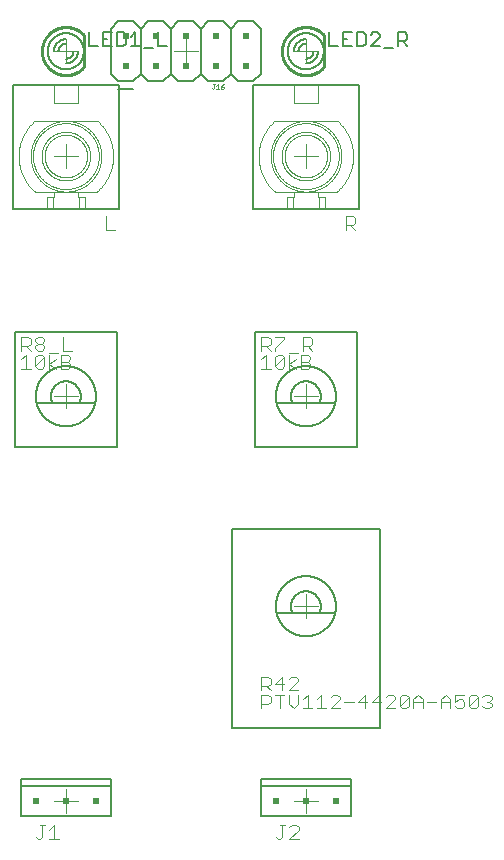
<source format=gto>
G75*
%MOIN*%
%OFA0B0*%
%FSLAX25Y25*%
%IPPOS*%
%LPD*%
%AMOC8*
5,1,8,0,0,1.08239X$1,22.5*
%
%ADD10C,0.00500*%
%ADD11C,0.00400*%
%ADD12C,0.00000*%
%ADD13C,0.00600*%
%ADD14C,0.00800*%
%ADD15C,0.00100*%
%ADD16R,0.02000X0.02000*%
%ADD17C,0.01000*%
D10*
X0035089Y0133753D02*
X0035089Y0172296D01*
X0068908Y0172296D01*
X0068908Y0133753D01*
X0035089Y0133753D01*
X0034298Y0213100D02*
X0034298Y0254400D01*
X0069698Y0254400D01*
X0069698Y0213100D01*
X0034298Y0213100D01*
X0059748Y0267550D02*
X0062751Y0267550D01*
X0064352Y0267550D02*
X0067355Y0267550D01*
X0068956Y0267550D02*
X0071208Y0267550D01*
X0071959Y0268301D01*
X0071959Y0271303D01*
X0071208Y0272054D01*
X0068956Y0272054D01*
X0068956Y0267550D01*
X0065853Y0269802D02*
X0064352Y0269802D01*
X0064352Y0272054D02*
X0064352Y0267550D01*
X0064352Y0272054D02*
X0067355Y0272054D01*
X0073560Y0270553D02*
X0075061Y0272054D01*
X0075061Y0267550D01*
X0073560Y0267550D02*
X0076562Y0267550D01*
X0078164Y0266799D02*
X0081166Y0266799D01*
X0082768Y0267550D02*
X0085770Y0267550D01*
X0082768Y0267550D02*
X0082768Y0272054D01*
X0059748Y0272054D02*
X0059748Y0267550D01*
X0114298Y0254400D02*
X0114298Y0213100D01*
X0149698Y0213100D01*
X0149698Y0254400D01*
X0114298Y0254400D01*
X0139748Y0267550D02*
X0142751Y0267550D01*
X0144352Y0267550D02*
X0147355Y0267550D01*
X0148956Y0267550D02*
X0151208Y0267550D01*
X0151959Y0268301D01*
X0151959Y0271303D01*
X0151208Y0272054D01*
X0148956Y0272054D01*
X0148956Y0267550D01*
X0145853Y0269802D02*
X0144352Y0269802D01*
X0144352Y0272054D02*
X0144352Y0267550D01*
X0144352Y0272054D02*
X0147355Y0272054D01*
X0153560Y0271303D02*
X0154311Y0272054D01*
X0155812Y0272054D01*
X0156562Y0271303D01*
X0156562Y0270553D01*
X0153560Y0267550D01*
X0156562Y0267550D01*
X0158164Y0266799D02*
X0161166Y0266799D01*
X0162768Y0267550D02*
X0162768Y0272054D01*
X0165020Y0272054D01*
X0165770Y0271303D01*
X0165770Y0269802D01*
X0165020Y0269051D01*
X0162768Y0269051D01*
X0164269Y0269051D02*
X0165770Y0267550D01*
X0139748Y0267550D02*
X0139748Y0272054D01*
X0148908Y0172296D02*
X0115089Y0172296D01*
X0115089Y0133753D01*
X0148908Y0133753D01*
X0148908Y0172296D01*
X0156782Y0106391D02*
X0107215Y0106391D01*
X0107215Y0040131D01*
X0156782Y0040131D01*
X0156782Y0106391D01*
D11*
X0128708Y0057297D02*
X0127173Y0057297D01*
X0126406Y0056530D01*
X0124871Y0054995D02*
X0121802Y0054995D01*
X0124104Y0057297D01*
X0124104Y0052693D01*
X0123337Y0051297D02*
X0123337Y0046693D01*
X0126406Y0048228D02*
X0127941Y0046693D01*
X0129475Y0048228D01*
X0129475Y0051297D01*
X0129475Y0052693D02*
X0126406Y0052693D01*
X0129475Y0055762D01*
X0129475Y0056530D01*
X0128708Y0057297D01*
X0126406Y0051297D02*
X0126406Y0048228D01*
X0124871Y0051297D02*
X0121802Y0051297D01*
X0120267Y0050530D02*
X0120267Y0048995D01*
X0119500Y0048228D01*
X0117198Y0048228D01*
X0117198Y0046693D02*
X0117198Y0051297D01*
X0119500Y0051297D01*
X0120267Y0050530D01*
X0120267Y0052693D02*
X0118733Y0054228D01*
X0119500Y0054228D02*
X0117198Y0054228D01*
X0117198Y0052693D02*
X0117198Y0057297D01*
X0119500Y0057297D01*
X0120267Y0056530D01*
X0120267Y0054995D01*
X0119500Y0054228D01*
X0131010Y0049762D02*
X0132545Y0051297D01*
X0132545Y0046693D01*
X0134079Y0046693D02*
X0131010Y0046693D01*
X0135614Y0046693D02*
X0138683Y0046693D01*
X0137148Y0046693D02*
X0137148Y0051297D01*
X0135614Y0049762D01*
X0140218Y0050530D02*
X0140985Y0051297D01*
X0142520Y0051297D01*
X0143287Y0050530D01*
X0143287Y0049762D01*
X0140218Y0046693D01*
X0143287Y0046693D01*
X0144822Y0048995D02*
X0147891Y0048995D01*
X0149426Y0048995D02*
X0152495Y0048995D01*
X0154030Y0048995D02*
X0157099Y0048995D01*
X0158633Y0050530D02*
X0159401Y0051297D01*
X0160935Y0051297D01*
X0161703Y0050530D01*
X0161703Y0049762D01*
X0158633Y0046693D01*
X0161703Y0046693D01*
X0163237Y0047460D02*
X0163237Y0050530D01*
X0164005Y0051297D01*
X0165539Y0051297D01*
X0166307Y0050530D01*
X0163237Y0047460D01*
X0164005Y0046693D01*
X0165539Y0046693D01*
X0166307Y0047460D01*
X0166307Y0050530D01*
X0167841Y0049762D02*
X0169376Y0051297D01*
X0170911Y0049762D01*
X0170911Y0046693D01*
X0170911Y0048995D02*
X0167841Y0048995D01*
X0167841Y0049762D02*
X0167841Y0046693D01*
X0172445Y0048995D02*
X0175515Y0048995D01*
X0177049Y0048995D02*
X0180118Y0048995D01*
X0180118Y0049762D02*
X0180118Y0046693D01*
X0181653Y0047460D02*
X0182420Y0046693D01*
X0183955Y0046693D01*
X0184722Y0047460D01*
X0184722Y0048995D01*
X0183955Y0049762D01*
X0183188Y0049762D01*
X0181653Y0048995D01*
X0181653Y0051297D01*
X0184722Y0051297D01*
X0186257Y0050530D02*
X0187024Y0051297D01*
X0188559Y0051297D01*
X0189326Y0050530D01*
X0186257Y0047460D01*
X0187024Y0046693D01*
X0188559Y0046693D01*
X0189326Y0047460D01*
X0189326Y0050530D01*
X0190861Y0050530D02*
X0191628Y0051297D01*
X0193163Y0051297D01*
X0193930Y0050530D01*
X0193930Y0049762D01*
X0193163Y0048995D01*
X0193930Y0048228D01*
X0193930Y0047460D01*
X0193163Y0046693D01*
X0191628Y0046693D01*
X0190861Y0047460D01*
X0192396Y0048995D02*
X0193163Y0048995D01*
X0186257Y0047460D02*
X0186257Y0050530D01*
X0180118Y0049762D02*
X0178584Y0051297D01*
X0177049Y0049762D01*
X0177049Y0046693D01*
X0156331Y0046693D02*
X0156331Y0051297D01*
X0154030Y0048995D01*
X0151728Y0046693D02*
X0151728Y0051297D01*
X0149426Y0048995D01*
X0128804Y0007804D02*
X0127269Y0007804D01*
X0126502Y0007037D01*
X0124967Y0007804D02*
X0123433Y0007804D01*
X0124200Y0007804D02*
X0124200Y0003967D01*
X0123433Y0003200D01*
X0122665Y0003200D01*
X0121898Y0003967D01*
X0126502Y0003200D02*
X0129571Y0006269D01*
X0129571Y0007037D01*
X0128804Y0007804D01*
X0129571Y0003200D02*
X0126502Y0003200D01*
X0049571Y0003200D02*
X0046502Y0003200D01*
X0048037Y0003200D02*
X0048037Y0007804D01*
X0046502Y0006269D01*
X0044967Y0007804D02*
X0043433Y0007804D01*
X0044200Y0007804D02*
X0044200Y0003967D01*
X0043433Y0003200D01*
X0042665Y0003200D01*
X0041898Y0003967D01*
X0042569Y0160000D02*
X0041802Y0160767D01*
X0044871Y0163837D01*
X0044871Y0160767D01*
X0044104Y0160000D01*
X0042569Y0160000D01*
X0041802Y0160767D02*
X0041802Y0163837D01*
X0042569Y0164604D01*
X0044104Y0164604D01*
X0044871Y0163837D01*
X0046406Y0164604D02*
X0046406Y0160000D01*
X0046406Y0161535D02*
X0048708Y0163069D01*
X0050243Y0162302D02*
X0052545Y0162302D01*
X0053312Y0161535D01*
X0053312Y0160767D01*
X0052545Y0160000D01*
X0050243Y0160000D01*
X0050243Y0164604D01*
X0052545Y0164604D01*
X0053312Y0163837D01*
X0053312Y0163069D01*
X0052545Y0162302D01*
X0051010Y0166000D02*
X0054079Y0166000D01*
X0051010Y0166000D02*
X0051010Y0170604D01*
X0049475Y0165233D02*
X0046406Y0165233D01*
X0044871Y0166767D02*
X0044871Y0167535D01*
X0044104Y0168302D01*
X0042569Y0168302D01*
X0041802Y0169069D01*
X0041802Y0169837D01*
X0042569Y0170604D01*
X0044104Y0170604D01*
X0044871Y0169837D01*
X0044871Y0169069D01*
X0044104Y0168302D01*
X0042569Y0168302D02*
X0041802Y0167535D01*
X0041802Y0166767D01*
X0042569Y0166000D01*
X0044104Y0166000D01*
X0044871Y0166767D01*
X0046406Y0161535D02*
X0048708Y0160000D01*
X0040267Y0160000D02*
X0037198Y0160000D01*
X0038733Y0160000D02*
X0038733Y0164604D01*
X0037198Y0163069D01*
X0037198Y0166000D02*
X0037198Y0170604D01*
X0039500Y0170604D01*
X0040267Y0169837D01*
X0040267Y0168302D01*
X0039500Y0167535D01*
X0037198Y0167535D01*
X0038733Y0167535D02*
X0040267Y0166000D01*
X0065311Y0206315D02*
X0068380Y0206315D01*
X0065311Y0206315D02*
X0065311Y0210919D01*
X0058278Y0213083D02*
X0058278Y0217020D01*
X0056309Y0217020D01*
X0056309Y0213083D01*
X0056309Y0217020D02*
X0055935Y0217020D01*
X0055935Y0218989D01*
X0062313Y0218989D02*
X0041640Y0218989D01*
X0045719Y0217020D02*
X0045698Y0213100D01*
X0047687Y0213083D02*
X0047687Y0217020D01*
X0048061Y0217020D01*
X0048061Y0218989D01*
X0047687Y0217020D02*
X0045719Y0217020D01*
X0051998Y0226863D02*
X0051998Y0234737D01*
X0062399Y0242587D02*
X0062681Y0242337D01*
X0062957Y0242081D01*
X0063226Y0241817D01*
X0063489Y0241547D01*
X0063745Y0241271D01*
X0063995Y0240989D01*
X0064237Y0240701D01*
X0064473Y0240407D01*
X0064701Y0240107D01*
X0064922Y0239802D01*
X0065136Y0239492D01*
X0065342Y0239177D01*
X0065541Y0238856D01*
X0065731Y0238531D01*
X0065914Y0238202D01*
X0066088Y0237868D01*
X0066255Y0237530D01*
X0066413Y0237188D01*
X0066563Y0236843D01*
X0066704Y0236493D01*
X0066837Y0236141D01*
X0066962Y0235785D01*
X0067078Y0235427D01*
X0067185Y0235066D01*
X0067283Y0234702D01*
X0067372Y0234336D01*
X0067453Y0233968D01*
X0067525Y0233598D01*
X0067587Y0233227D01*
X0067641Y0232854D01*
X0067686Y0232480D01*
X0067721Y0232105D01*
X0067748Y0231729D01*
X0067765Y0231353D01*
X0067773Y0230976D01*
X0067772Y0230599D01*
X0067762Y0230223D01*
X0067743Y0229846D01*
X0067715Y0229471D01*
X0067678Y0229096D01*
X0067631Y0228722D01*
X0067576Y0228349D01*
X0067512Y0227978D01*
X0067438Y0227609D01*
X0067356Y0227241D01*
X0067265Y0226876D01*
X0067165Y0226512D01*
X0067056Y0226152D01*
X0066938Y0225794D01*
X0066812Y0225439D01*
X0066678Y0225087D01*
X0066535Y0224738D01*
X0066383Y0224394D01*
X0066223Y0224052D01*
X0066055Y0223715D01*
X0065879Y0223382D01*
X0065695Y0223054D01*
X0065503Y0222729D01*
X0065303Y0222410D01*
X0065095Y0222096D01*
X0064880Y0221786D01*
X0064658Y0221482D01*
X0064428Y0221184D01*
X0064191Y0220891D01*
X0063947Y0220604D01*
X0063696Y0220323D01*
X0063439Y0220048D01*
X0063174Y0219779D01*
X0062904Y0219517D01*
X0062627Y0219262D01*
X0062344Y0219013D01*
X0055935Y0230800D02*
X0048061Y0230800D01*
X0041730Y0242627D02*
X0041446Y0242379D01*
X0041167Y0242124D01*
X0040895Y0241862D01*
X0040630Y0241594D01*
X0040371Y0241320D01*
X0040119Y0241039D01*
X0039873Y0240752D01*
X0039635Y0240460D01*
X0039404Y0240161D01*
X0039180Y0239857D01*
X0038963Y0239548D01*
X0038755Y0239234D01*
X0038553Y0238915D01*
X0038360Y0238591D01*
X0038174Y0238262D01*
X0037997Y0237929D01*
X0037827Y0237592D01*
X0037666Y0237251D01*
X0037513Y0236906D01*
X0037368Y0236557D01*
X0037232Y0236205D01*
X0037105Y0235850D01*
X0036986Y0235492D01*
X0036876Y0235131D01*
X0036774Y0234767D01*
X0036682Y0234402D01*
X0036598Y0234034D01*
X0036523Y0233664D01*
X0036458Y0233292D01*
X0036401Y0232919D01*
X0036353Y0232545D01*
X0036315Y0232169D01*
X0036285Y0231793D01*
X0036265Y0231416D01*
X0036253Y0231039D01*
X0036251Y0230662D01*
X0036258Y0230284D01*
X0036274Y0229907D01*
X0036300Y0229531D01*
X0036334Y0229155D01*
X0036378Y0228780D01*
X0036430Y0228406D01*
X0036492Y0228034D01*
X0036562Y0227663D01*
X0036642Y0227294D01*
X0036730Y0226928D01*
X0036827Y0226563D01*
X0036933Y0226201D01*
X0037048Y0225841D01*
X0037172Y0225485D01*
X0037304Y0225131D01*
X0037444Y0224781D01*
X0037593Y0224434D01*
X0037751Y0224091D01*
X0037916Y0223752D01*
X0038090Y0223417D01*
X0038272Y0223086D01*
X0038462Y0222760D01*
X0038659Y0222439D01*
X0038865Y0222122D01*
X0039078Y0221811D01*
X0039298Y0221504D01*
X0039526Y0221203D01*
X0039761Y0220908D01*
X0040003Y0220619D01*
X0040252Y0220335D01*
X0040508Y0220058D01*
X0040770Y0219787D01*
X0041039Y0219522D01*
X0041315Y0219264D01*
X0041596Y0219012D01*
X0040259Y0230761D02*
X0040263Y0231050D01*
X0040273Y0231339D01*
X0040291Y0231627D01*
X0040316Y0231915D01*
X0040348Y0232203D01*
X0040386Y0232489D01*
X0040432Y0232775D01*
X0040485Y0233059D01*
X0040545Y0233342D01*
X0040612Y0233623D01*
X0040686Y0233902D01*
X0040766Y0234180D01*
X0040853Y0234456D01*
X0040947Y0234729D01*
X0041048Y0235000D01*
X0041156Y0235268D01*
X0041269Y0235534D01*
X0041390Y0235797D01*
X0041517Y0236057D01*
X0041650Y0236313D01*
X0041789Y0236566D01*
X0041935Y0236816D01*
X0042086Y0237062D01*
X0042244Y0237305D01*
X0042407Y0237543D01*
X0042577Y0237777D01*
X0042752Y0238007D01*
X0042932Y0238233D01*
X0043119Y0238454D01*
X0043310Y0238671D01*
X0043507Y0238882D01*
X0043709Y0239089D01*
X0043916Y0239291D01*
X0044127Y0239488D01*
X0044344Y0239679D01*
X0044565Y0239866D01*
X0044791Y0240046D01*
X0045021Y0240221D01*
X0045255Y0240391D01*
X0045493Y0240554D01*
X0045736Y0240712D01*
X0045982Y0240863D01*
X0046232Y0241009D01*
X0046485Y0241148D01*
X0046741Y0241281D01*
X0047001Y0241408D01*
X0047264Y0241529D01*
X0047530Y0241642D01*
X0047798Y0241750D01*
X0048069Y0241851D01*
X0048342Y0241945D01*
X0048618Y0242032D01*
X0048896Y0242112D01*
X0049175Y0242186D01*
X0049456Y0242253D01*
X0049739Y0242313D01*
X0050023Y0242366D01*
X0050309Y0242412D01*
X0050595Y0242450D01*
X0050883Y0242482D01*
X0051171Y0242507D01*
X0051459Y0242525D01*
X0051748Y0242535D01*
X0052037Y0242539D01*
X0052326Y0242535D01*
X0052615Y0242525D01*
X0052903Y0242507D01*
X0053191Y0242482D01*
X0053479Y0242450D01*
X0053765Y0242412D01*
X0054051Y0242366D01*
X0054335Y0242313D01*
X0054618Y0242253D01*
X0054899Y0242186D01*
X0055178Y0242112D01*
X0055456Y0242032D01*
X0055732Y0241945D01*
X0056005Y0241851D01*
X0056276Y0241750D01*
X0056544Y0241642D01*
X0056810Y0241529D01*
X0057073Y0241408D01*
X0057333Y0241281D01*
X0057589Y0241148D01*
X0057842Y0241009D01*
X0058092Y0240863D01*
X0058338Y0240712D01*
X0058581Y0240554D01*
X0058819Y0240391D01*
X0059053Y0240221D01*
X0059283Y0240046D01*
X0059509Y0239866D01*
X0059730Y0239679D01*
X0059947Y0239488D01*
X0060158Y0239291D01*
X0060365Y0239089D01*
X0060567Y0238882D01*
X0060764Y0238671D01*
X0060955Y0238454D01*
X0061142Y0238233D01*
X0061322Y0238007D01*
X0061497Y0237777D01*
X0061667Y0237543D01*
X0061830Y0237305D01*
X0061988Y0237062D01*
X0062139Y0236816D01*
X0062285Y0236566D01*
X0062424Y0236313D01*
X0062557Y0236057D01*
X0062684Y0235797D01*
X0062805Y0235534D01*
X0062918Y0235268D01*
X0063026Y0235000D01*
X0063127Y0234729D01*
X0063221Y0234456D01*
X0063308Y0234180D01*
X0063388Y0233902D01*
X0063462Y0233623D01*
X0063529Y0233342D01*
X0063589Y0233059D01*
X0063642Y0232775D01*
X0063688Y0232489D01*
X0063726Y0232203D01*
X0063758Y0231915D01*
X0063783Y0231627D01*
X0063801Y0231339D01*
X0063811Y0231050D01*
X0063815Y0230761D01*
X0063811Y0230472D01*
X0063801Y0230183D01*
X0063783Y0229895D01*
X0063758Y0229607D01*
X0063726Y0229319D01*
X0063688Y0229033D01*
X0063642Y0228747D01*
X0063589Y0228463D01*
X0063529Y0228180D01*
X0063462Y0227899D01*
X0063388Y0227620D01*
X0063308Y0227342D01*
X0063221Y0227066D01*
X0063127Y0226793D01*
X0063026Y0226522D01*
X0062918Y0226254D01*
X0062805Y0225988D01*
X0062684Y0225725D01*
X0062557Y0225465D01*
X0062424Y0225209D01*
X0062285Y0224956D01*
X0062139Y0224706D01*
X0061988Y0224460D01*
X0061830Y0224217D01*
X0061667Y0223979D01*
X0061497Y0223745D01*
X0061322Y0223515D01*
X0061142Y0223289D01*
X0060955Y0223068D01*
X0060764Y0222851D01*
X0060567Y0222640D01*
X0060365Y0222433D01*
X0060158Y0222231D01*
X0059947Y0222034D01*
X0059730Y0221843D01*
X0059509Y0221656D01*
X0059283Y0221476D01*
X0059053Y0221301D01*
X0058819Y0221131D01*
X0058581Y0220968D01*
X0058338Y0220810D01*
X0058092Y0220659D01*
X0057842Y0220513D01*
X0057589Y0220374D01*
X0057333Y0220241D01*
X0057073Y0220114D01*
X0056810Y0219993D01*
X0056544Y0219880D01*
X0056276Y0219772D01*
X0056005Y0219671D01*
X0055732Y0219577D01*
X0055456Y0219490D01*
X0055178Y0219410D01*
X0054899Y0219336D01*
X0054618Y0219269D01*
X0054335Y0219209D01*
X0054051Y0219156D01*
X0053765Y0219110D01*
X0053479Y0219072D01*
X0053191Y0219040D01*
X0052903Y0219015D01*
X0052615Y0218997D01*
X0052326Y0218987D01*
X0052037Y0218983D01*
X0051748Y0218987D01*
X0051459Y0218997D01*
X0051171Y0219015D01*
X0050883Y0219040D01*
X0050595Y0219072D01*
X0050309Y0219110D01*
X0050023Y0219156D01*
X0049739Y0219209D01*
X0049456Y0219269D01*
X0049175Y0219336D01*
X0048896Y0219410D01*
X0048618Y0219490D01*
X0048342Y0219577D01*
X0048069Y0219671D01*
X0047798Y0219772D01*
X0047530Y0219880D01*
X0047264Y0219993D01*
X0047001Y0220114D01*
X0046741Y0220241D01*
X0046485Y0220374D01*
X0046232Y0220513D01*
X0045982Y0220659D01*
X0045736Y0220810D01*
X0045493Y0220968D01*
X0045255Y0221131D01*
X0045021Y0221301D01*
X0044791Y0221476D01*
X0044565Y0221656D01*
X0044344Y0221843D01*
X0044127Y0222034D01*
X0043916Y0222231D01*
X0043709Y0222433D01*
X0043507Y0222640D01*
X0043310Y0222851D01*
X0043119Y0223068D01*
X0042932Y0223289D01*
X0042752Y0223515D01*
X0042577Y0223745D01*
X0042407Y0223979D01*
X0042244Y0224217D01*
X0042086Y0224460D01*
X0041935Y0224706D01*
X0041789Y0224956D01*
X0041650Y0225209D01*
X0041517Y0225465D01*
X0041390Y0225725D01*
X0041269Y0225988D01*
X0041156Y0226254D01*
X0041048Y0226522D01*
X0040947Y0226793D01*
X0040853Y0227066D01*
X0040766Y0227342D01*
X0040686Y0227620D01*
X0040612Y0227899D01*
X0040545Y0228180D01*
X0040485Y0228463D01*
X0040432Y0228747D01*
X0040386Y0229033D01*
X0040348Y0229319D01*
X0040316Y0229607D01*
X0040291Y0229895D01*
X0040273Y0230183D01*
X0040263Y0230472D01*
X0040259Y0230761D01*
X0041640Y0242611D02*
X0062313Y0242611D01*
X0055935Y0248517D02*
X0048061Y0248517D01*
X0048061Y0254422D01*
X0055935Y0254422D02*
X0055935Y0248517D01*
X0044911Y0230800D02*
X0044913Y0230974D01*
X0044920Y0231148D01*
X0044930Y0231321D01*
X0044945Y0231495D01*
X0044964Y0231668D01*
X0044988Y0231840D01*
X0045015Y0232012D01*
X0045047Y0232183D01*
X0045083Y0232353D01*
X0045123Y0232522D01*
X0045168Y0232690D01*
X0045216Y0232857D01*
X0045269Y0233023D01*
X0045325Y0233188D01*
X0045386Y0233351D01*
X0045450Y0233512D01*
X0045519Y0233672D01*
X0045591Y0233830D01*
X0045668Y0233986D01*
X0045748Y0234141D01*
X0045832Y0234293D01*
X0045919Y0234443D01*
X0046011Y0234592D01*
X0046105Y0234737D01*
X0046204Y0234881D01*
X0046306Y0235022D01*
X0046411Y0235160D01*
X0046520Y0235296D01*
X0046632Y0235429D01*
X0046747Y0235559D01*
X0046865Y0235687D01*
X0046987Y0235811D01*
X0047111Y0235933D01*
X0047239Y0236051D01*
X0047369Y0236166D01*
X0047502Y0236278D01*
X0047638Y0236387D01*
X0047776Y0236492D01*
X0047917Y0236594D01*
X0048061Y0236693D01*
X0048206Y0236787D01*
X0048355Y0236879D01*
X0048505Y0236966D01*
X0048657Y0237050D01*
X0048812Y0237130D01*
X0048968Y0237207D01*
X0049126Y0237279D01*
X0049286Y0237348D01*
X0049447Y0237412D01*
X0049610Y0237473D01*
X0049775Y0237529D01*
X0049941Y0237582D01*
X0050108Y0237630D01*
X0050276Y0237675D01*
X0050445Y0237715D01*
X0050615Y0237751D01*
X0050786Y0237783D01*
X0050958Y0237810D01*
X0051130Y0237834D01*
X0051303Y0237853D01*
X0051477Y0237868D01*
X0051650Y0237878D01*
X0051824Y0237885D01*
X0051998Y0237887D01*
X0052172Y0237885D01*
X0052346Y0237878D01*
X0052519Y0237868D01*
X0052693Y0237853D01*
X0052866Y0237834D01*
X0053038Y0237810D01*
X0053210Y0237783D01*
X0053381Y0237751D01*
X0053551Y0237715D01*
X0053720Y0237675D01*
X0053888Y0237630D01*
X0054055Y0237582D01*
X0054221Y0237529D01*
X0054386Y0237473D01*
X0054549Y0237412D01*
X0054710Y0237348D01*
X0054870Y0237279D01*
X0055028Y0237207D01*
X0055184Y0237130D01*
X0055339Y0237050D01*
X0055491Y0236966D01*
X0055641Y0236879D01*
X0055790Y0236787D01*
X0055935Y0236693D01*
X0056079Y0236594D01*
X0056220Y0236492D01*
X0056358Y0236387D01*
X0056494Y0236278D01*
X0056627Y0236166D01*
X0056757Y0236051D01*
X0056885Y0235933D01*
X0057009Y0235811D01*
X0057131Y0235687D01*
X0057249Y0235559D01*
X0057364Y0235429D01*
X0057476Y0235296D01*
X0057585Y0235160D01*
X0057690Y0235022D01*
X0057792Y0234881D01*
X0057891Y0234737D01*
X0057985Y0234592D01*
X0058077Y0234443D01*
X0058164Y0234293D01*
X0058248Y0234141D01*
X0058328Y0233986D01*
X0058405Y0233830D01*
X0058477Y0233672D01*
X0058546Y0233512D01*
X0058610Y0233351D01*
X0058671Y0233188D01*
X0058727Y0233023D01*
X0058780Y0232857D01*
X0058828Y0232690D01*
X0058873Y0232522D01*
X0058913Y0232353D01*
X0058949Y0232183D01*
X0058981Y0232012D01*
X0059008Y0231840D01*
X0059032Y0231668D01*
X0059051Y0231495D01*
X0059066Y0231321D01*
X0059076Y0231148D01*
X0059083Y0230974D01*
X0059085Y0230800D01*
X0059083Y0230626D01*
X0059076Y0230452D01*
X0059066Y0230279D01*
X0059051Y0230105D01*
X0059032Y0229932D01*
X0059008Y0229760D01*
X0058981Y0229588D01*
X0058949Y0229417D01*
X0058913Y0229247D01*
X0058873Y0229078D01*
X0058828Y0228910D01*
X0058780Y0228743D01*
X0058727Y0228577D01*
X0058671Y0228412D01*
X0058610Y0228249D01*
X0058546Y0228088D01*
X0058477Y0227928D01*
X0058405Y0227770D01*
X0058328Y0227614D01*
X0058248Y0227459D01*
X0058164Y0227307D01*
X0058077Y0227157D01*
X0057985Y0227008D01*
X0057891Y0226863D01*
X0057792Y0226719D01*
X0057690Y0226578D01*
X0057585Y0226440D01*
X0057476Y0226304D01*
X0057364Y0226171D01*
X0057249Y0226041D01*
X0057131Y0225913D01*
X0057009Y0225789D01*
X0056885Y0225667D01*
X0056757Y0225549D01*
X0056627Y0225434D01*
X0056494Y0225322D01*
X0056358Y0225213D01*
X0056220Y0225108D01*
X0056079Y0225006D01*
X0055935Y0224907D01*
X0055790Y0224813D01*
X0055641Y0224721D01*
X0055491Y0224634D01*
X0055339Y0224550D01*
X0055184Y0224470D01*
X0055028Y0224393D01*
X0054870Y0224321D01*
X0054710Y0224252D01*
X0054549Y0224188D01*
X0054386Y0224127D01*
X0054221Y0224071D01*
X0054055Y0224018D01*
X0053888Y0223970D01*
X0053720Y0223925D01*
X0053551Y0223885D01*
X0053381Y0223849D01*
X0053210Y0223817D01*
X0053038Y0223790D01*
X0052866Y0223766D01*
X0052693Y0223747D01*
X0052519Y0223732D01*
X0052346Y0223722D01*
X0052172Y0223715D01*
X0051998Y0223713D01*
X0051824Y0223715D01*
X0051650Y0223722D01*
X0051477Y0223732D01*
X0051303Y0223747D01*
X0051130Y0223766D01*
X0050958Y0223790D01*
X0050786Y0223817D01*
X0050615Y0223849D01*
X0050445Y0223885D01*
X0050276Y0223925D01*
X0050108Y0223970D01*
X0049941Y0224018D01*
X0049775Y0224071D01*
X0049610Y0224127D01*
X0049447Y0224188D01*
X0049286Y0224252D01*
X0049126Y0224321D01*
X0048968Y0224393D01*
X0048812Y0224470D01*
X0048657Y0224550D01*
X0048505Y0224634D01*
X0048355Y0224721D01*
X0048206Y0224813D01*
X0048061Y0224907D01*
X0047917Y0225006D01*
X0047776Y0225108D01*
X0047638Y0225213D01*
X0047502Y0225322D01*
X0047369Y0225434D01*
X0047239Y0225549D01*
X0047111Y0225667D01*
X0046987Y0225789D01*
X0046865Y0225913D01*
X0046747Y0226041D01*
X0046632Y0226171D01*
X0046520Y0226304D01*
X0046411Y0226440D01*
X0046306Y0226578D01*
X0046204Y0226719D01*
X0046105Y0226863D01*
X0046011Y0227008D01*
X0045919Y0227157D01*
X0045832Y0227307D01*
X0045748Y0227459D01*
X0045668Y0227614D01*
X0045591Y0227770D01*
X0045519Y0227928D01*
X0045450Y0228088D01*
X0045386Y0228249D01*
X0045325Y0228412D01*
X0045269Y0228577D01*
X0045216Y0228743D01*
X0045168Y0228910D01*
X0045123Y0229078D01*
X0045083Y0229247D01*
X0045047Y0229417D01*
X0045015Y0229588D01*
X0044988Y0229760D01*
X0044964Y0229932D01*
X0044945Y0230105D01*
X0044930Y0230279D01*
X0044920Y0230452D01*
X0044913Y0230626D01*
X0044911Y0230800D01*
X0043887Y0230800D02*
X0043889Y0230999D01*
X0043897Y0231198D01*
X0043909Y0231397D01*
X0043926Y0231595D01*
X0043948Y0231793D01*
X0043975Y0231990D01*
X0044006Y0232187D01*
X0044043Y0232382D01*
X0044084Y0232577D01*
X0044130Y0232771D01*
X0044181Y0232963D01*
X0044236Y0233154D01*
X0044296Y0233344D01*
X0044361Y0233533D01*
X0044430Y0233719D01*
X0044504Y0233904D01*
X0044583Y0234087D01*
X0044666Y0234268D01*
X0044753Y0234447D01*
X0044845Y0234623D01*
X0044941Y0234798D01*
X0045041Y0234970D01*
X0045145Y0235139D01*
X0045254Y0235306D01*
X0045367Y0235470D01*
X0045483Y0235632D01*
X0045604Y0235790D01*
X0045728Y0235946D01*
X0045856Y0236098D01*
X0045988Y0236247D01*
X0046124Y0236393D01*
X0046263Y0236535D01*
X0046405Y0236674D01*
X0046551Y0236810D01*
X0046700Y0236942D01*
X0046852Y0237070D01*
X0047008Y0237194D01*
X0047166Y0237315D01*
X0047328Y0237431D01*
X0047492Y0237544D01*
X0047659Y0237653D01*
X0047828Y0237757D01*
X0048000Y0237857D01*
X0048175Y0237953D01*
X0048351Y0238045D01*
X0048530Y0238132D01*
X0048711Y0238215D01*
X0048894Y0238294D01*
X0049079Y0238368D01*
X0049265Y0238437D01*
X0049454Y0238502D01*
X0049644Y0238562D01*
X0049835Y0238617D01*
X0050027Y0238668D01*
X0050221Y0238714D01*
X0050416Y0238755D01*
X0050611Y0238792D01*
X0050808Y0238823D01*
X0051005Y0238850D01*
X0051203Y0238872D01*
X0051401Y0238889D01*
X0051600Y0238901D01*
X0051799Y0238909D01*
X0051998Y0238911D01*
X0052197Y0238909D01*
X0052396Y0238901D01*
X0052595Y0238889D01*
X0052793Y0238872D01*
X0052991Y0238850D01*
X0053188Y0238823D01*
X0053385Y0238792D01*
X0053580Y0238755D01*
X0053775Y0238714D01*
X0053969Y0238668D01*
X0054161Y0238617D01*
X0054352Y0238562D01*
X0054542Y0238502D01*
X0054731Y0238437D01*
X0054917Y0238368D01*
X0055102Y0238294D01*
X0055285Y0238215D01*
X0055466Y0238132D01*
X0055645Y0238045D01*
X0055821Y0237953D01*
X0055996Y0237857D01*
X0056168Y0237757D01*
X0056337Y0237653D01*
X0056504Y0237544D01*
X0056668Y0237431D01*
X0056830Y0237315D01*
X0056988Y0237194D01*
X0057144Y0237070D01*
X0057296Y0236942D01*
X0057445Y0236810D01*
X0057591Y0236674D01*
X0057733Y0236535D01*
X0057872Y0236393D01*
X0058008Y0236247D01*
X0058140Y0236098D01*
X0058268Y0235946D01*
X0058392Y0235790D01*
X0058513Y0235632D01*
X0058629Y0235470D01*
X0058742Y0235306D01*
X0058851Y0235139D01*
X0058955Y0234970D01*
X0059055Y0234798D01*
X0059151Y0234623D01*
X0059243Y0234447D01*
X0059330Y0234268D01*
X0059413Y0234087D01*
X0059492Y0233904D01*
X0059566Y0233719D01*
X0059635Y0233533D01*
X0059700Y0233344D01*
X0059760Y0233154D01*
X0059815Y0232963D01*
X0059866Y0232771D01*
X0059912Y0232577D01*
X0059953Y0232382D01*
X0059990Y0232187D01*
X0060021Y0231990D01*
X0060048Y0231793D01*
X0060070Y0231595D01*
X0060087Y0231397D01*
X0060099Y0231198D01*
X0060107Y0230999D01*
X0060109Y0230800D01*
X0060107Y0230601D01*
X0060099Y0230402D01*
X0060087Y0230203D01*
X0060070Y0230005D01*
X0060048Y0229807D01*
X0060021Y0229610D01*
X0059990Y0229413D01*
X0059953Y0229218D01*
X0059912Y0229023D01*
X0059866Y0228829D01*
X0059815Y0228637D01*
X0059760Y0228446D01*
X0059700Y0228256D01*
X0059635Y0228067D01*
X0059566Y0227881D01*
X0059492Y0227696D01*
X0059413Y0227513D01*
X0059330Y0227332D01*
X0059243Y0227153D01*
X0059151Y0226977D01*
X0059055Y0226802D01*
X0058955Y0226630D01*
X0058851Y0226461D01*
X0058742Y0226294D01*
X0058629Y0226130D01*
X0058513Y0225968D01*
X0058392Y0225810D01*
X0058268Y0225654D01*
X0058140Y0225502D01*
X0058008Y0225353D01*
X0057872Y0225207D01*
X0057733Y0225065D01*
X0057591Y0224926D01*
X0057445Y0224790D01*
X0057296Y0224658D01*
X0057144Y0224530D01*
X0056988Y0224406D01*
X0056830Y0224285D01*
X0056668Y0224169D01*
X0056504Y0224056D01*
X0056337Y0223947D01*
X0056168Y0223843D01*
X0055996Y0223743D01*
X0055821Y0223647D01*
X0055645Y0223555D01*
X0055466Y0223468D01*
X0055285Y0223385D01*
X0055102Y0223306D01*
X0054917Y0223232D01*
X0054731Y0223163D01*
X0054542Y0223098D01*
X0054352Y0223038D01*
X0054161Y0222983D01*
X0053969Y0222932D01*
X0053775Y0222886D01*
X0053580Y0222845D01*
X0053385Y0222808D01*
X0053188Y0222777D01*
X0052991Y0222750D01*
X0052793Y0222728D01*
X0052595Y0222711D01*
X0052396Y0222699D01*
X0052197Y0222691D01*
X0051998Y0222689D01*
X0051799Y0222691D01*
X0051600Y0222699D01*
X0051401Y0222711D01*
X0051203Y0222728D01*
X0051005Y0222750D01*
X0050808Y0222777D01*
X0050611Y0222808D01*
X0050416Y0222845D01*
X0050221Y0222886D01*
X0050027Y0222932D01*
X0049835Y0222983D01*
X0049644Y0223038D01*
X0049454Y0223098D01*
X0049265Y0223163D01*
X0049079Y0223232D01*
X0048894Y0223306D01*
X0048711Y0223385D01*
X0048530Y0223468D01*
X0048351Y0223555D01*
X0048175Y0223647D01*
X0048000Y0223743D01*
X0047828Y0223843D01*
X0047659Y0223947D01*
X0047492Y0224056D01*
X0047328Y0224169D01*
X0047166Y0224285D01*
X0047008Y0224406D01*
X0046852Y0224530D01*
X0046700Y0224658D01*
X0046551Y0224790D01*
X0046405Y0224926D01*
X0046263Y0225065D01*
X0046124Y0225207D01*
X0045988Y0225353D01*
X0045856Y0225502D01*
X0045728Y0225654D01*
X0045604Y0225810D01*
X0045483Y0225968D01*
X0045367Y0226130D01*
X0045254Y0226294D01*
X0045145Y0226461D01*
X0045041Y0226630D01*
X0044941Y0226802D01*
X0044845Y0226977D01*
X0044753Y0227153D01*
X0044666Y0227332D01*
X0044583Y0227513D01*
X0044504Y0227696D01*
X0044430Y0227881D01*
X0044361Y0228067D01*
X0044296Y0228256D01*
X0044236Y0228446D01*
X0044181Y0228637D01*
X0044130Y0228829D01*
X0044084Y0229023D01*
X0044043Y0229218D01*
X0044006Y0229413D01*
X0043975Y0229610D01*
X0043948Y0229807D01*
X0043926Y0230005D01*
X0043909Y0230203D01*
X0043897Y0230402D01*
X0043889Y0230601D01*
X0043887Y0230800D01*
X0041011Y0230800D02*
X0041014Y0231070D01*
X0041024Y0231339D01*
X0041041Y0231608D01*
X0041064Y0231877D01*
X0041094Y0232145D01*
X0041130Y0232412D01*
X0041173Y0232678D01*
X0041222Y0232943D01*
X0041278Y0233207D01*
X0041340Y0233470D01*
X0041409Y0233730D01*
X0041484Y0233989D01*
X0041566Y0234246D01*
X0041653Y0234501D01*
X0041747Y0234754D01*
X0041847Y0235005D01*
X0041954Y0235252D01*
X0042066Y0235498D01*
X0042184Y0235740D01*
X0042308Y0235979D01*
X0042438Y0236215D01*
X0042574Y0236448D01*
X0042716Y0236678D01*
X0042863Y0236904D01*
X0043015Y0237126D01*
X0043173Y0237345D01*
X0043336Y0237560D01*
X0043505Y0237770D01*
X0043679Y0237976D01*
X0043857Y0238178D01*
X0044041Y0238376D01*
X0044229Y0238569D01*
X0044422Y0238757D01*
X0044620Y0238941D01*
X0044822Y0239119D01*
X0045028Y0239293D01*
X0045238Y0239462D01*
X0045453Y0239625D01*
X0045672Y0239783D01*
X0045894Y0239935D01*
X0046120Y0240082D01*
X0046350Y0240224D01*
X0046583Y0240360D01*
X0046819Y0240490D01*
X0047058Y0240614D01*
X0047300Y0240732D01*
X0047546Y0240844D01*
X0047793Y0240951D01*
X0048044Y0241051D01*
X0048297Y0241145D01*
X0048552Y0241232D01*
X0048809Y0241314D01*
X0049068Y0241389D01*
X0049328Y0241458D01*
X0049591Y0241520D01*
X0049855Y0241576D01*
X0050120Y0241625D01*
X0050386Y0241668D01*
X0050653Y0241704D01*
X0050921Y0241734D01*
X0051190Y0241757D01*
X0051459Y0241774D01*
X0051728Y0241784D01*
X0051998Y0241787D01*
X0052268Y0241784D01*
X0052537Y0241774D01*
X0052806Y0241757D01*
X0053075Y0241734D01*
X0053343Y0241704D01*
X0053610Y0241668D01*
X0053876Y0241625D01*
X0054141Y0241576D01*
X0054405Y0241520D01*
X0054668Y0241458D01*
X0054928Y0241389D01*
X0055187Y0241314D01*
X0055444Y0241232D01*
X0055699Y0241145D01*
X0055952Y0241051D01*
X0056203Y0240951D01*
X0056450Y0240844D01*
X0056696Y0240732D01*
X0056938Y0240614D01*
X0057177Y0240490D01*
X0057413Y0240360D01*
X0057646Y0240224D01*
X0057876Y0240082D01*
X0058102Y0239935D01*
X0058324Y0239783D01*
X0058543Y0239625D01*
X0058758Y0239462D01*
X0058968Y0239293D01*
X0059174Y0239119D01*
X0059376Y0238941D01*
X0059574Y0238757D01*
X0059767Y0238569D01*
X0059955Y0238376D01*
X0060139Y0238178D01*
X0060317Y0237976D01*
X0060491Y0237770D01*
X0060660Y0237560D01*
X0060823Y0237345D01*
X0060981Y0237126D01*
X0061133Y0236904D01*
X0061280Y0236678D01*
X0061422Y0236448D01*
X0061558Y0236215D01*
X0061688Y0235979D01*
X0061812Y0235740D01*
X0061930Y0235498D01*
X0062042Y0235252D01*
X0062149Y0235005D01*
X0062249Y0234754D01*
X0062343Y0234501D01*
X0062430Y0234246D01*
X0062512Y0233989D01*
X0062587Y0233730D01*
X0062656Y0233470D01*
X0062718Y0233207D01*
X0062774Y0232943D01*
X0062823Y0232678D01*
X0062866Y0232412D01*
X0062902Y0232145D01*
X0062932Y0231877D01*
X0062955Y0231608D01*
X0062972Y0231339D01*
X0062982Y0231070D01*
X0062985Y0230800D01*
X0062982Y0230530D01*
X0062972Y0230261D01*
X0062955Y0229992D01*
X0062932Y0229723D01*
X0062902Y0229455D01*
X0062866Y0229188D01*
X0062823Y0228922D01*
X0062774Y0228657D01*
X0062718Y0228393D01*
X0062656Y0228130D01*
X0062587Y0227870D01*
X0062512Y0227611D01*
X0062430Y0227354D01*
X0062343Y0227099D01*
X0062249Y0226846D01*
X0062149Y0226595D01*
X0062042Y0226348D01*
X0061930Y0226102D01*
X0061812Y0225860D01*
X0061688Y0225621D01*
X0061558Y0225385D01*
X0061422Y0225152D01*
X0061280Y0224922D01*
X0061133Y0224696D01*
X0060981Y0224474D01*
X0060823Y0224255D01*
X0060660Y0224040D01*
X0060491Y0223830D01*
X0060317Y0223624D01*
X0060139Y0223422D01*
X0059955Y0223224D01*
X0059767Y0223031D01*
X0059574Y0222843D01*
X0059376Y0222659D01*
X0059174Y0222481D01*
X0058968Y0222307D01*
X0058758Y0222138D01*
X0058543Y0221975D01*
X0058324Y0221817D01*
X0058102Y0221665D01*
X0057876Y0221518D01*
X0057646Y0221376D01*
X0057413Y0221240D01*
X0057177Y0221110D01*
X0056938Y0220986D01*
X0056696Y0220868D01*
X0056450Y0220756D01*
X0056203Y0220649D01*
X0055952Y0220549D01*
X0055699Y0220455D01*
X0055444Y0220368D01*
X0055187Y0220286D01*
X0054928Y0220211D01*
X0054668Y0220142D01*
X0054405Y0220080D01*
X0054141Y0220024D01*
X0053876Y0219975D01*
X0053610Y0219932D01*
X0053343Y0219896D01*
X0053075Y0219866D01*
X0052806Y0219843D01*
X0052537Y0219826D01*
X0052268Y0219816D01*
X0051998Y0219813D01*
X0051728Y0219816D01*
X0051459Y0219826D01*
X0051190Y0219843D01*
X0050921Y0219866D01*
X0050653Y0219896D01*
X0050386Y0219932D01*
X0050120Y0219975D01*
X0049855Y0220024D01*
X0049591Y0220080D01*
X0049328Y0220142D01*
X0049068Y0220211D01*
X0048809Y0220286D01*
X0048552Y0220368D01*
X0048297Y0220455D01*
X0048044Y0220549D01*
X0047793Y0220649D01*
X0047546Y0220756D01*
X0047300Y0220868D01*
X0047058Y0220986D01*
X0046819Y0221110D01*
X0046583Y0221240D01*
X0046350Y0221376D01*
X0046120Y0221518D01*
X0045894Y0221665D01*
X0045672Y0221817D01*
X0045453Y0221975D01*
X0045238Y0222138D01*
X0045028Y0222307D01*
X0044822Y0222481D01*
X0044620Y0222659D01*
X0044422Y0222843D01*
X0044229Y0223031D01*
X0044041Y0223224D01*
X0043857Y0223422D01*
X0043679Y0223624D01*
X0043505Y0223830D01*
X0043336Y0224040D01*
X0043173Y0224255D01*
X0043015Y0224474D01*
X0042863Y0224696D01*
X0042716Y0224922D01*
X0042574Y0225152D01*
X0042438Y0225385D01*
X0042308Y0225621D01*
X0042184Y0225860D01*
X0042066Y0226102D01*
X0041954Y0226348D01*
X0041847Y0226595D01*
X0041747Y0226846D01*
X0041653Y0227099D01*
X0041566Y0227354D01*
X0041484Y0227611D01*
X0041409Y0227870D01*
X0041340Y0228130D01*
X0041278Y0228393D01*
X0041222Y0228657D01*
X0041173Y0228922D01*
X0041130Y0229188D01*
X0041094Y0229455D01*
X0041064Y0229723D01*
X0041041Y0229992D01*
X0041024Y0230261D01*
X0041014Y0230530D01*
X0041011Y0230800D01*
X0117198Y0170604D02*
X0117198Y0166000D01*
X0117198Y0167535D02*
X0119500Y0167535D01*
X0120267Y0168302D01*
X0120267Y0169837D01*
X0119500Y0170604D01*
X0117198Y0170604D01*
X0118733Y0167535D02*
X0120267Y0166000D01*
X0121802Y0166000D02*
X0121802Y0166767D01*
X0124871Y0169837D01*
X0124871Y0170604D01*
X0121802Y0170604D01*
X0122569Y0164604D02*
X0124104Y0164604D01*
X0124871Y0163837D01*
X0121802Y0160767D01*
X0122569Y0160000D01*
X0124104Y0160000D01*
X0124871Y0160767D01*
X0124871Y0163837D01*
X0126406Y0164604D02*
X0126406Y0160000D01*
X0126406Y0161535D02*
X0128708Y0163069D01*
X0130243Y0162302D02*
X0132545Y0162302D01*
X0133312Y0161535D01*
X0133312Y0160767D01*
X0132545Y0160000D01*
X0130243Y0160000D01*
X0130243Y0164604D01*
X0132545Y0164604D01*
X0133312Y0163837D01*
X0133312Y0163069D01*
X0132545Y0162302D01*
X0134079Y0166000D02*
X0132545Y0167535D01*
X0133312Y0167535D02*
X0131010Y0167535D01*
X0131010Y0166000D02*
X0131010Y0170604D01*
X0133312Y0170604D01*
X0134079Y0169837D01*
X0134079Y0168302D01*
X0133312Y0167535D01*
X0129475Y0165233D02*
X0126406Y0165233D01*
X0126406Y0161535D02*
X0128708Y0160000D01*
X0121802Y0160767D02*
X0121802Y0163837D01*
X0122569Y0164604D01*
X0118733Y0164604D02*
X0118733Y0160000D01*
X0120267Y0160000D02*
X0117198Y0160000D01*
X0117198Y0163069D02*
X0118733Y0164604D01*
X0145311Y0206315D02*
X0145311Y0210919D01*
X0147613Y0210919D01*
X0148380Y0210152D01*
X0148380Y0208617D01*
X0147613Y0207850D01*
X0145311Y0207850D01*
X0146845Y0207850D02*
X0148380Y0206315D01*
X0138278Y0213083D02*
X0138278Y0217020D01*
X0136309Y0217020D01*
X0136309Y0213083D01*
X0136309Y0217020D02*
X0135935Y0217020D01*
X0135935Y0218989D01*
X0142313Y0218989D02*
X0121640Y0218989D01*
X0125719Y0217020D02*
X0125698Y0213100D01*
X0127687Y0213083D02*
X0127687Y0217020D01*
X0128061Y0217020D01*
X0128061Y0218989D01*
X0127687Y0217020D02*
X0125719Y0217020D01*
X0131998Y0226863D02*
X0131998Y0234737D01*
X0142399Y0242587D02*
X0142681Y0242337D01*
X0142957Y0242081D01*
X0143226Y0241817D01*
X0143489Y0241547D01*
X0143745Y0241271D01*
X0143995Y0240989D01*
X0144237Y0240701D01*
X0144473Y0240407D01*
X0144701Y0240107D01*
X0144922Y0239802D01*
X0145136Y0239492D01*
X0145342Y0239177D01*
X0145541Y0238856D01*
X0145731Y0238531D01*
X0145914Y0238202D01*
X0146088Y0237868D01*
X0146255Y0237530D01*
X0146413Y0237188D01*
X0146563Y0236843D01*
X0146704Y0236493D01*
X0146837Y0236141D01*
X0146962Y0235785D01*
X0147078Y0235427D01*
X0147185Y0235066D01*
X0147283Y0234702D01*
X0147372Y0234336D01*
X0147453Y0233968D01*
X0147525Y0233598D01*
X0147587Y0233227D01*
X0147641Y0232854D01*
X0147686Y0232480D01*
X0147721Y0232105D01*
X0147748Y0231729D01*
X0147765Y0231353D01*
X0147773Y0230976D01*
X0147772Y0230599D01*
X0147762Y0230223D01*
X0147743Y0229846D01*
X0147715Y0229471D01*
X0147678Y0229096D01*
X0147631Y0228722D01*
X0147576Y0228349D01*
X0147512Y0227978D01*
X0147438Y0227609D01*
X0147356Y0227241D01*
X0147265Y0226876D01*
X0147165Y0226512D01*
X0147056Y0226152D01*
X0146938Y0225794D01*
X0146812Y0225439D01*
X0146678Y0225087D01*
X0146535Y0224738D01*
X0146383Y0224394D01*
X0146223Y0224052D01*
X0146055Y0223715D01*
X0145879Y0223382D01*
X0145695Y0223054D01*
X0145503Y0222729D01*
X0145303Y0222410D01*
X0145095Y0222096D01*
X0144880Y0221786D01*
X0144658Y0221482D01*
X0144428Y0221184D01*
X0144191Y0220891D01*
X0143947Y0220604D01*
X0143696Y0220323D01*
X0143439Y0220048D01*
X0143174Y0219779D01*
X0142904Y0219517D01*
X0142627Y0219262D01*
X0142344Y0219013D01*
X0135935Y0230800D02*
X0128061Y0230800D01*
X0121730Y0242627D02*
X0121446Y0242379D01*
X0121167Y0242124D01*
X0120895Y0241862D01*
X0120630Y0241594D01*
X0120371Y0241320D01*
X0120119Y0241039D01*
X0119873Y0240752D01*
X0119635Y0240460D01*
X0119404Y0240161D01*
X0119180Y0239857D01*
X0118963Y0239548D01*
X0118755Y0239234D01*
X0118553Y0238915D01*
X0118360Y0238591D01*
X0118174Y0238262D01*
X0117997Y0237929D01*
X0117827Y0237592D01*
X0117666Y0237251D01*
X0117513Y0236906D01*
X0117368Y0236557D01*
X0117232Y0236205D01*
X0117105Y0235850D01*
X0116986Y0235492D01*
X0116876Y0235131D01*
X0116774Y0234767D01*
X0116682Y0234402D01*
X0116598Y0234034D01*
X0116523Y0233664D01*
X0116458Y0233292D01*
X0116401Y0232919D01*
X0116353Y0232545D01*
X0116315Y0232169D01*
X0116285Y0231793D01*
X0116265Y0231416D01*
X0116253Y0231039D01*
X0116251Y0230662D01*
X0116258Y0230284D01*
X0116274Y0229907D01*
X0116300Y0229531D01*
X0116334Y0229155D01*
X0116378Y0228780D01*
X0116430Y0228406D01*
X0116492Y0228034D01*
X0116562Y0227663D01*
X0116642Y0227294D01*
X0116730Y0226928D01*
X0116827Y0226563D01*
X0116933Y0226201D01*
X0117048Y0225841D01*
X0117172Y0225485D01*
X0117304Y0225131D01*
X0117444Y0224781D01*
X0117593Y0224434D01*
X0117751Y0224091D01*
X0117916Y0223752D01*
X0118090Y0223417D01*
X0118272Y0223086D01*
X0118462Y0222760D01*
X0118659Y0222439D01*
X0118865Y0222122D01*
X0119078Y0221811D01*
X0119298Y0221504D01*
X0119526Y0221203D01*
X0119761Y0220908D01*
X0120003Y0220619D01*
X0120252Y0220335D01*
X0120508Y0220058D01*
X0120770Y0219787D01*
X0121039Y0219522D01*
X0121315Y0219264D01*
X0121596Y0219012D01*
X0120260Y0230761D02*
X0120264Y0231050D01*
X0120274Y0231339D01*
X0120292Y0231627D01*
X0120317Y0231915D01*
X0120349Y0232203D01*
X0120387Y0232489D01*
X0120433Y0232775D01*
X0120486Y0233059D01*
X0120546Y0233342D01*
X0120613Y0233623D01*
X0120687Y0233902D01*
X0120767Y0234180D01*
X0120854Y0234456D01*
X0120948Y0234729D01*
X0121049Y0235000D01*
X0121157Y0235268D01*
X0121270Y0235534D01*
X0121391Y0235797D01*
X0121518Y0236057D01*
X0121651Y0236313D01*
X0121790Y0236566D01*
X0121936Y0236816D01*
X0122087Y0237062D01*
X0122245Y0237305D01*
X0122408Y0237543D01*
X0122578Y0237777D01*
X0122753Y0238007D01*
X0122933Y0238233D01*
X0123120Y0238454D01*
X0123311Y0238671D01*
X0123508Y0238882D01*
X0123710Y0239089D01*
X0123917Y0239291D01*
X0124128Y0239488D01*
X0124345Y0239679D01*
X0124566Y0239866D01*
X0124792Y0240046D01*
X0125022Y0240221D01*
X0125256Y0240391D01*
X0125494Y0240554D01*
X0125737Y0240712D01*
X0125983Y0240863D01*
X0126233Y0241009D01*
X0126486Y0241148D01*
X0126742Y0241281D01*
X0127002Y0241408D01*
X0127265Y0241529D01*
X0127531Y0241642D01*
X0127799Y0241750D01*
X0128070Y0241851D01*
X0128343Y0241945D01*
X0128619Y0242032D01*
X0128897Y0242112D01*
X0129176Y0242186D01*
X0129457Y0242253D01*
X0129740Y0242313D01*
X0130024Y0242366D01*
X0130310Y0242412D01*
X0130596Y0242450D01*
X0130884Y0242482D01*
X0131172Y0242507D01*
X0131460Y0242525D01*
X0131749Y0242535D01*
X0132038Y0242539D01*
X0132327Y0242535D01*
X0132616Y0242525D01*
X0132904Y0242507D01*
X0133192Y0242482D01*
X0133480Y0242450D01*
X0133766Y0242412D01*
X0134052Y0242366D01*
X0134336Y0242313D01*
X0134619Y0242253D01*
X0134900Y0242186D01*
X0135179Y0242112D01*
X0135457Y0242032D01*
X0135733Y0241945D01*
X0136006Y0241851D01*
X0136277Y0241750D01*
X0136545Y0241642D01*
X0136811Y0241529D01*
X0137074Y0241408D01*
X0137334Y0241281D01*
X0137590Y0241148D01*
X0137843Y0241009D01*
X0138093Y0240863D01*
X0138339Y0240712D01*
X0138582Y0240554D01*
X0138820Y0240391D01*
X0139054Y0240221D01*
X0139284Y0240046D01*
X0139510Y0239866D01*
X0139731Y0239679D01*
X0139948Y0239488D01*
X0140159Y0239291D01*
X0140366Y0239089D01*
X0140568Y0238882D01*
X0140765Y0238671D01*
X0140956Y0238454D01*
X0141143Y0238233D01*
X0141323Y0238007D01*
X0141498Y0237777D01*
X0141668Y0237543D01*
X0141831Y0237305D01*
X0141989Y0237062D01*
X0142140Y0236816D01*
X0142286Y0236566D01*
X0142425Y0236313D01*
X0142558Y0236057D01*
X0142685Y0235797D01*
X0142806Y0235534D01*
X0142919Y0235268D01*
X0143027Y0235000D01*
X0143128Y0234729D01*
X0143222Y0234456D01*
X0143309Y0234180D01*
X0143389Y0233902D01*
X0143463Y0233623D01*
X0143530Y0233342D01*
X0143590Y0233059D01*
X0143643Y0232775D01*
X0143689Y0232489D01*
X0143727Y0232203D01*
X0143759Y0231915D01*
X0143784Y0231627D01*
X0143802Y0231339D01*
X0143812Y0231050D01*
X0143816Y0230761D01*
X0143812Y0230472D01*
X0143802Y0230183D01*
X0143784Y0229895D01*
X0143759Y0229607D01*
X0143727Y0229319D01*
X0143689Y0229033D01*
X0143643Y0228747D01*
X0143590Y0228463D01*
X0143530Y0228180D01*
X0143463Y0227899D01*
X0143389Y0227620D01*
X0143309Y0227342D01*
X0143222Y0227066D01*
X0143128Y0226793D01*
X0143027Y0226522D01*
X0142919Y0226254D01*
X0142806Y0225988D01*
X0142685Y0225725D01*
X0142558Y0225465D01*
X0142425Y0225209D01*
X0142286Y0224956D01*
X0142140Y0224706D01*
X0141989Y0224460D01*
X0141831Y0224217D01*
X0141668Y0223979D01*
X0141498Y0223745D01*
X0141323Y0223515D01*
X0141143Y0223289D01*
X0140956Y0223068D01*
X0140765Y0222851D01*
X0140568Y0222640D01*
X0140366Y0222433D01*
X0140159Y0222231D01*
X0139948Y0222034D01*
X0139731Y0221843D01*
X0139510Y0221656D01*
X0139284Y0221476D01*
X0139054Y0221301D01*
X0138820Y0221131D01*
X0138582Y0220968D01*
X0138339Y0220810D01*
X0138093Y0220659D01*
X0137843Y0220513D01*
X0137590Y0220374D01*
X0137334Y0220241D01*
X0137074Y0220114D01*
X0136811Y0219993D01*
X0136545Y0219880D01*
X0136277Y0219772D01*
X0136006Y0219671D01*
X0135733Y0219577D01*
X0135457Y0219490D01*
X0135179Y0219410D01*
X0134900Y0219336D01*
X0134619Y0219269D01*
X0134336Y0219209D01*
X0134052Y0219156D01*
X0133766Y0219110D01*
X0133480Y0219072D01*
X0133192Y0219040D01*
X0132904Y0219015D01*
X0132616Y0218997D01*
X0132327Y0218987D01*
X0132038Y0218983D01*
X0131749Y0218987D01*
X0131460Y0218997D01*
X0131172Y0219015D01*
X0130884Y0219040D01*
X0130596Y0219072D01*
X0130310Y0219110D01*
X0130024Y0219156D01*
X0129740Y0219209D01*
X0129457Y0219269D01*
X0129176Y0219336D01*
X0128897Y0219410D01*
X0128619Y0219490D01*
X0128343Y0219577D01*
X0128070Y0219671D01*
X0127799Y0219772D01*
X0127531Y0219880D01*
X0127265Y0219993D01*
X0127002Y0220114D01*
X0126742Y0220241D01*
X0126486Y0220374D01*
X0126233Y0220513D01*
X0125983Y0220659D01*
X0125737Y0220810D01*
X0125494Y0220968D01*
X0125256Y0221131D01*
X0125022Y0221301D01*
X0124792Y0221476D01*
X0124566Y0221656D01*
X0124345Y0221843D01*
X0124128Y0222034D01*
X0123917Y0222231D01*
X0123710Y0222433D01*
X0123508Y0222640D01*
X0123311Y0222851D01*
X0123120Y0223068D01*
X0122933Y0223289D01*
X0122753Y0223515D01*
X0122578Y0223745D01*
X0122408Y0223979D01*
X0122245Y0224217D01*
X0122087Y0224460D01*
X0121936Y0224706D01*
X0121790Y0224956D01*
X0121651Y0225209D01*
X0121518Y0225465D01*
X0121391Y0225725D01*
X0121270Y0225988D01*
X0121157Y0226254D01*
X0121049Y0226522D01*
X0120948Y0226793D01*
X0120854Y0227066D01*
X0120767Y0227342D01*
X0120687Y0227620D01*
X0120613Y0227899D01*
X0120546Y0228180D01*
X0120486Y0228463D01*
X0120433Y0228747D01*
X0120387Y0229033D01*
X0120349Y0229319D01*
X0120317Y0229607D01*
X0120292Y0229895D01*
X0120274Y0230183D01*
X0120264Y0230472D01*
X0120260Y0230761D01*
X0121640Y0242611D02*
X0142313Y0242611D01*
X0135935Y0248517D02*
X0128061Y0248517D01*
X0128061Y0254422D01*
X0135935Y0254422D02*
X0135935Y0248517D01*
X0124911Y0230800D02*
X0124913Y0230974D01*
X0124920Y0231148D01*
X0124930Y0231321D01*
X0124945Y0231495D01*
X0124964Y0231668D01*
X0124988Y0231840D01*
X0125015Y0232012D01*
X0125047Y0232183D01*
X0125083Y0232353D01*
X0125123Y0232522D01*
X0125168Y0232690D01*
X0125216Y0232857D01*
X0125269Y0233023D01*
X0125325Y0233188D01*
X0125386Y0233351D01*
X0125450Y0233512D01*
X0125519Y0233672D01*
X0125591Y0233830D01*
X0125668Y0233986D01*
X0125748Y0234141D01*
X0125832Y0234293D01*
X0125919Y0234443D01*
X0126011Y0234592D01*
X0126105Y0234737D01*
X0126204Y0234881D01*
X0126306Y0235022D01*
X0126411Y0235160D01*
X0126520Y0235296D01*
X0126632Y0235429D01*
X0126747Y0235559D01*
X0126865Y0235687D01*
X0126987Y0235811D01*
X0127111Y0235933D01*
X0127239Y0236051D01*
X0127369Y0236166D01*
X0127502Y0236278D01*
X0127638Y0236387D01*
X0127776Y0236492D01*
X0127917Y0236594D01*
X0128061Y0236693D01*
X0128206Y0236787D01*
X0128355Y0236879D01*
X0128505Y0236966D01*
X0128657Y0237050D01*
X0128812Y0237130D01*
X0128968Y0237207D01*
X0129126Y0237279D01*
X0129286Y0237348D01*
X0129447Y0237412D01*
X0129610Y0237473D01*
X0129775Y0237529D01*
X0129941Y0237582D01*
X0130108Y0237630D01*
X0130276Y0237675D01*
X0130445Y0237715D01*
X0130615Y0237751D01*
X0130786Y0237783D01*
X0130958Y0237810D01*
X0131130Y0237834D01*
X0131303Y0237853D01*
X0131477Y0237868D01*
X0131650Y0237878D01*
X0131824Y0237885D01*
X0131998Y0237887D01*
X0132172Y0237885D01*
X0132346Y0237878D01*
X0132519Y0237868D01*
X0132693Y0237853D01*
X0132866Y0237834D01*
X0133038Y0237810D01*
X0133210Y0237783D01*
X0133381Y0237751D01*
X0133551Y0237715D01*
X0133720Y0237675D01*
X0133888Y0237630D01*
X0134055Y0237582D01*
X0134221Y0237529D01*
X0134386Y0237473D01*
X0134549Y0237412D01*
X0134710Y0237348D01*
X0134870Y0237279D01*
X0135028Y0237207D01*
X0135184Y0237130D01*
X0135339Y0237050D01*
X0135491Y0236966D01*
X0135641Y0236879D01*
X0135790Y0236787D01*
X0135935Y0236693D01*
X0136079Y0236594D01*
X0136220Y0236492D01*
X0136358Y0236387D01*
X0136494Y0236278D01*
X0136627Y0236166D01*
X0136757Y0236051D01*
X0136885Y0235933D01*
X0137009Y0235811D01*
X0137131Y0235687D01*
X0137249Y0235559D01*
X0137364Y0235429D01*
X0137476Y0235296D01*
X0137585Y0235160D01*
X0137690Y0235022D01*
X0137792Y0234881D01*
X0137891Y0234737D01*
X0137985Y0234592D01*
X0138077Y0234443D01*
X0138164Y0234293D01*
X0138248Y0234141D01*
X0138328Y0233986D01*
X0138405Y0233830D01*
X0138477Y0233672D01*
X0138546Y0233512D01*
X0138610Y0233351D01*
X0138671Y0233188D01*
X0138727Y0233023D01*
X0138780Y0232857D01*
X0138828Y0232690D01*
X0138873Y0232522D01*
X0138913Y0232353D01*
X0138949Y0232183D01*
X0138981Y0232012D01*
X0139008Y0231840D01*
X0139032Y0231668D01*
X0139051Y0231495D01*
X0139066Y0231321D01*
X0139076Y0231148D01*
X0139083Y0230974D01*
X0139085Y0230800D01*
X0139083Y0230626D01*
X0139076Y0230452D01*
X0139066Y0230279D01*
X0139051Y0230105D01*
X0139032Y0229932D01*
X0139008Y0229760D01*
X0138981Y0229588D01*
X0138949Y0229417D01*
X0138913Y0229247D01*
X0138873Y0229078D01*
X0138828Y0228910D01*
X0138780Y0228743D01*
X0138727Y0228577D01*
X0138671Y0228412D01*
X0138610Y0228249D01*
X0138546Y0228088D01*
X0138477Y0227928D01*
X0138405Y0227770D01*
X0138328Y0227614D01*
X0138248Y0227459D01*
X0138164Y0227307D01*
X0138077Y0227157D01*
X0137985Y0227008D01*
X0137891Y0226863D01*
X0137792Y0226719D01*
X0137690Y0226578D01*
X0137585Y0226440D01*
X0137476Y0226304D01*
X0137364Y0226171D01*
X0137249Y0226041D01*
X0137131Y0225913D01*
X0137009Y0225789D01*
X0136885Y0225667D01*
X0136757Y0225549D01*
X0136627Y0225434D01*
X0136494Y0225322D01*
X0136358Y0225213D01*
X0136220Y0225108D01*
X0136079Y0225006D01*
X0135935Y0224907D01*
X0135790Y0224813D01*
X0135641Y0224721D01*
X0135491Y0224634D01*
X0135339Y0224550D01*
X0135184Y0224470D01*
X0135028Y0224393D01*
X0134870Y0224321D01*
X0134710Y0224252D01*
X0134549Y0224188D01*
X0134386Y0224127D01*
X0134221Y0224071D01*
X0134055Y0224018D01*
X0133888Y0223970D01*
X0133720Y0223925D01*
X0133551Y0223885D01*
X0133381Y0223849D01*
X0133210Y0223817D01*
X0133038Y0223790D01*
X0132866Y0223766D01*
X0132693Y0223747D01*
X0132519Y0223732D01*
X0132346Y0223722D01*
X0132172Y0223715D01*
X0131998Y0223713D01*
X0131824Y0223715D01*
X0131650Y0223722D01*
X0131477Y0223732D01*
X0131303Y0223747D01*
X0131130Y0223766D01*
X0130958Y0223790D01*
X0130786Y0223817D01*
X0130615Y0223849D01*
X0130445Y0223885D01*
X0130276Y0223925D01*
X0130108Y0223970D01*
X0129941Y0224018D01*
X0129775Y0224071D01*
X0129610Y0224127D01*
X0129447Y0224188D01*
X0129286Y0224252D01*
X0129126Y0224321D01*
X0128968Y0224393D01*
X0128812Y0224470D01*
X0128657Y0224550D01*
X0128505Y0224634D01*
X0128355Y0224721D01*
X0128206Y0224813D01*
X0128061Y0224907D01*
X0127917Y0225006D01*
X0127776Y0225108D01*
X0127638Y0225213D01*
X0127502Y0225322D01*
X0127369Y0225434D01*
X0127239Y0225549D01*
X0127111Y0225667D01*
X0126987Y0225789D01*
X0126865Y0225913D01*
X0126747Y0226041D01*
X0126632Y0226171D01*
X0126520Y0226304D01*
X0126411Y0226440D01*
X0126306Y0226578D01*
X0126204Y0226719D01*
X0126105Y0226863D01*
X0126011Y0227008D01*
X0125919Y0227157D01*
X0125832Y0227307D01*
X0125748Y0227459D01*
X0125668Y0227614D01*
X0125591Y0227770D01*
X0125519Y0227928D01*
X0125450Y0228088D01*
X0125386Y0228249D01*
X0125325Y0228412D01*
X0125269Y0228577D01*
X0125216Y0228743D01*
X0125168Y0228910D01*
X0125123Y0229078D01*
X0125083Y0229247D01*
X0125047Y0229417D01*
X0125015Y0229588D01*
X0124988Y0229760D01*
X0124964Y0229932D01*
X0124945Y0230105D01*
X0124930Y0230279D01*
X0124920Y0230452D01*
X0124913Y0230626D01*
X0124911Y0230800D01*
X0123887Y0230800D02*
X0123889Y0230999D01*
X0123897Y0231198D01*
X0123909Y0231397D01*
X0123926Y0231595D01*
X0123948Y0231793D01*
X0123975Y0231990D01*
X0124006Y0232187D01*
X0124043Y0232382D01*
X0124084Y0232577D01*
X0124130Y0232771D01*
X0124181Y0232963D01*
X0124236Y0233154D01*
X0124296Y0233344D01*
X0124361Y0233533D01*
X0124430Y0233719D01*
X0124504Y0233904D01*
X0124583Y0234087D01*
X0124666Y0234268D01*
X0124753Y0234447D01*
X0124845Y0234623D01*
X0124941Y0234798D01*
X0125041Y0234970D01*
X0125145Y0235139D01*
X0125254Y0235306D01*
X0125367Y0235470D01*
X0125483Y0235632D01*
X0125604Y0235790D01*
X0125728Y0235946D01*
X0125856Y0236098D01*
X0125988Y0236247D01*
X0126124Y0236393D01*
X0126263Y0236535D01*
X0126405Y0236674D01*
X0126551Y0236810D01*
X0126700Y0236942D01*
X0126852Y0237070D01*
X0127008Y0237194D01*
X0127166Y0237315D01*
X0127328Y0237431D01*
X0127492Y0237544D01*
X0127659Y0237653D01*
X0127828Y0237757D01*
X0128000Y0237857D01*
X0128175Y0237953D01*
X0128351Y0238045D01*
X0128530Y0238132D01*
X0128711Y0238215D01*
X0128894Y0238294D01*
X0129079Y0238368D01*
X0129265Y0238437D01*
X0129454Y0238502D01*
X0129644Y0238562D01*
X0129835Y0238617D01*
X0130027Y0238668D01*
X0130221Y0238714D01*
X0130416Y0238755D01*
X0130611Y0238792D01*
X0130808Y0238823D01*
X0131005Y0238850D01*
X0131203Y0238872D01*
X0131401Y0238889D01*
X0131600Y0238901D01*
X0131799Y0238909D01*
X0131998Y0238911D01*
X0132197Y0238909D01*
X0132396Y0238901D01*
X0132595Y0238889D01*
X0132793Y0238872D01*
X0132991Y0238850D01*
X0133188Y0238823D01*
X0133385Y0238792D01*
X0133580Y0238755D01*
X0133775Y0238714D01*
X0133969Y0238668D01*
X0134161Y0238617D01*
X0134352Y0238562D01*
X0134542Y0238502D01*
X0134731Y0238437D01*
X0134917Y0238368D01*
X0135102Y0238294D01*
X0135285Y0238215D01*
X0135466Y0238132D01*
X0135645Y0238045D01*
X0135821Y0237953D01*
X0135996Y0237857D01*
X0136168Y0237757D01*
X0136337Y0237653D01*
X0136504Y0237544D01*
X0136668Y0237431D01*
X0136830Y0237315D01*
X0136988Y0237194D01*
X0137144Y0237070D01*
X0137296Y0236942D01*
X0137445Y0236810D01*
X0137591Y0236674D01*
X0137733Y0236535D01*
X0137872Y0236393D01*
X0138008Y0236247D01*
X0138140Y0236098D01*
X0138268Y0235946D01*
X0138392Y0235790D01*
X0138513Y0235632D01*
X0138629Y0235470D01*
X0138742Y0235306D01*
X0138851Y0235139D01*
X0138955Y0234970D01*
X0139055Y0234798D01*
X0139151Y0234623D01*
X0139243Y0234447D01*
X0139330Y0234268D01*
X0139413Y0234087D01*
X0139492Y0233904D01*
X0139566Y0233719D01*
X0139635Y0233533D01*
X0139700Y0233344D01*
X0139760Y0233154D01*
X0139815Y0232963D01*
X0139866Y0232771D01*
X0139912Y0232577D01*
X0139953Y0232382D01*
X0139990Y0232187D01*
X0140021Y0231990D01*
X0140048Y0231793D01*
X0140070Y0231595D01*
X0140087Y0231397D01*
X0140099Y0231198D01*
X0140107Y0230999D01*
X0140109Y0230800D01*
X0140107Y0230601D01*
X0140099Y0230402D01*
X0140087Y0230203D01*
X0140070Y0230005D01*
X0140048Y0229807D01*
X0140021Y0229610D01*
X0139990Y0229413D01*
X0139953Y0229218D01*
X0139912Y0229023D01*
X0139866Y0228829D01*
X0139815Y0228637D01*
X0139760Y0228446D01*
X0139700Y0228256D01*
X0139635Y0228067D01*
X0139566Y0227881D01*
X0139492Y0227696D01*
X0139413Y0227513D01*
X0139330Y0227332D01*
X0139243Y0227153D01*
X0139151Y0226977D01*
X0139055Y0226802D01*
X0138955Y0226630D01*
X0138851Y0226461D01*
X0138742Y0226294D01*
X0138629Y0226130D01*
X0138513Y0225968D01*
X0138392Y0225810D01*
X0138268Y0225654D01*
X0138140Y0225502D01*
X0138008Y0225353D01*
X0137872Y0225207D01*
X0137733Y0225065D01*
X0137591Y0224926D01*
X0137445Y0224790D01*
X0137296Y0224658D01*
X0137144Y0224530D01*
X0136988Y0224406D01*
X0136830Y0224285D01*
X0136668Y0224169D01*
X0136504Y0224056D01*
X0136337Y0223947D01*
X0136168Y0223843D01*
X0135996Y0223743D01*
X0135821Y0223647D01*
X0135645Y0223555D01*
X0135466Y0223468D01*
X0135285Y0223385D01*
X0135102Y0223306D01*
X0134917Y0223232D01*
X0134731Y0223163D01*
X0134542Y0223098D01*
X0134352Y0223038D01*
X0134161Y0222983D01*
X0133969Y0222932D01*
X0133775Y0222886D01*
X0133580Y0222845D01*
X0133385Y0222808D01*
X0133188Y0222777D01*
X0132991Y0222750D01*
X0132793Y0222728D01*
X0132595Y0222711D01*
X0132396Y0222699D01*
X0132197Y0222691D01*
X0131998Y0222689D01*
X0131799Y0222691D01*
X0131600Y0222699D01*
X0131401Y0222711D01*
X0131203Y0222728D01*
X0131005Y0222750D01*
X0130808Y0222777D01*
X0130611Y0222808D01*
X0130416Y0222845D01*
X0130221Y0222886D01*
X0130027Y0222932D01*
X0129835Y0222983D01*
X0129644Y0223038D01*
X0129454Y0223098D01*
X0129265Y0223163D01*
X0129079Y0223232D01*
X0128894Y0223306D01*
X0128711Y0223385D01*
X0128530Y0223468D01*
X0128351Y0223555D01*
X0128175Y0223647D01*
X0128000Y0223743D01*
X0127828Y0223843D01*
X0127659Y0223947D01*
X0127492Y0224056D01*
X0127328Y0224169D01*
X0127166Y0224285D01*
X0127008Y0224406D01*
X0126852Y0224530D01*
X0126700Y0224658D01*
X0126551Y0224790D01*
X0126405Y0224926D01*
X0126263Y0225065D01*
X0126124Y0225207D01*
X0125988Y0225353D01*
X0125856Y0225502D01*
X0125728Y0225654D01*
X0125604Y0225810D01*
X0125483Y0225968D01*
X0125367Y0226130D01*
X0125254Y0226294D01*
X0125145Y0226461D01*
X0125041Y0226630D01*
X0124941Y0226802D01*
X0124845Y0226977D01*
X0124753Y0227153D01*
X0124666Y0227332D01*
X0124583Y0227513D01*
X0124504Y0227696D01*
X0124430Y0227881D01*
X0124361Y0228067D01*
X0124296Y0228256D01*
X0124236Y0228446D01*
X0124181Y0228637D01*
X0124130Y0228829D01*
X0124084Y0229023D01*
X0124043Y0229218D01*
X0124006Y0229413D01*
X0123975Y0229610D01*
X0123948Y0229807D01*
X0123926Y0230005D01*
X0123909Y0230203D01*
X0123897Y0230402D01*
X0123889Y0230601D01*
X0123887Y0230800D01*
X0121011Y0230800D02*
X0121014Y0231070D01*
X0121024Y0231339D01*
X0121041Y0231608D01*
X0121064Y0231877D01*
X0121094Y0232145D01*
X0121130Y0232412D01*
X0121173Y0232678D01*
X0121222Y0232943D01*
X0121278Y0233207D01*
X0121340Y0233470D01*
X0121409Y0233730D01*
X0121484Y0233989D01*
X0121566Y0234246D01*
X0121653Y0234501D01*
X0121747Y0234754D01*
X0121847Y0235005D01*
X0121954Y0235252D01*
X0122066Y0235498D01*
X0122184Y0235740D01*
X0122308Y0235979D01*
X0122438Y0236215D01*
X0122574Y0236448D01*
X0122716Y0236678D01*
X0122863Y0236904D01*
X0123015Y0237126D01*
X0123173Y0237345D01*
X0123336Y0237560D01*
X0123505Y0237770D01*
X0123679Y0237976D01*
X0123857Y0238178D01*
X0124041Y0238376D01*
X0124229Y0238569D01*
X0124422Y0238757D01*
X0124620Y0238941D01*
X0124822Y0239119D01*
X0125028Y0239293D01*
X0125238Y0239462D01*
X0125453Y0239625D01*
X0125672Y0239783D01*
X0125894Y0239935D01*
X0126120Y0240082D01*
X0126350Y0240224D01*
X0126583Y0240360D01*
X0126819Y0240490D01*
X0127058Y0240614D01*
X0127300Y0240732D01*
X0127546Y0240844D01*
X0127793Y0240951D01*
X0128044Y0241051D01*
X0128297Y0241145D01*
X0128552Y0241232D01*
X0128809Y0241314D01*
X0129068Y0241389D01*
X0129328Y0241458D01*
X0129591Y0241520D01*
X0129855Y0241576D01*
X0130120Y0241625D01*
X0130386Y0241668D01*
X0130653Y0241704D01*
X0130921Y0241734D01*
X0131190Y0241757D01*
X0131459Y0241774D01*
X0131728Y0241784D01*
X0131998Y0241787D01*
X0132268Y0241784D01*
X0132537Y0241774D01*
X0132806Y0241757D01*
X0133075Y0241734D01*
X0133343Y0241704D01*
X0133610Y0241668D01*
X0133876Y0241625D01*
X0134141Y0241576D01*
X0134405Y0241520D01*
X0134668Y0241458D01*
X0134928Y0241389D01*
X0135187Y0241314D01*
X0135444Y0241232D01*
X0135699Y0241145D01*
X0135952Y0241051D01*
X0136203Y0240951D01*
X0136450Y0240844D01*
X0136696Y0240732D01*
X0136938Y0240614D01*
X0137177Y0240490D01*
X0137413Y0240360D01*
X0137646Y0240224D01*
X0137876Y0240082D01*
X0138102Y0239935D01*
X0138324Y0239783D01*
X0138543Y0239625D01*
X0138758Y0239462D01*
X0138968Y0239293D01*
X0139174Y0239119D01*
X0139376Y0238941D01*
X0139574Y0238757D01*
X0139767Y0238569D01*
X0139955Y0238376D01*
X0140139Y0238178D01*
X0140317Y0237976D01*
X0140491Y0237770D01*
X0140660Y0237560D01*
X0140823Y0237345D01*
X0140981Y0237126D01*
X0141133Y0236904D01*
X0141280Y0236678D01*
X0141422Y0236448D01*
X0141558Y0236215D01*
X0141688Y0235979D01*
X0141812Y0235740D01*
X0141930Y0235498D01*
X0142042Y0235252D01*
X0142149Y0235005D01*
X0142249Y0234754D01*
X0142343Y0234501D01*
X0142430Y0234246D01*
X0142512Y0233989D01*
X0142587Y0233730D01*
X0142656Y0233470D01*
X0142718Y0233207D01*
X0142774Y0232943D01*
X0142823Y0232678D01*
X0142866Y0232412D01*
X0142902Y0232145D01*
X0142932Y0231877D01*
X0142955Y0231608D01*
X0142972Y0231339D01*
X0142982Y0231070D01*
X0142985Y0230800D01*
X0142982Y0230530D01*
X0142972Y0230261D01*
X0142955Y0229992D01*
X0142932Y0229723D01*
X0142902Y0229455D01*
X0142866Y0229188D01*
X0142823Y0228922D01*
X0142774Y0228657D01*
X0142718Y0228393D01*
X0142656Y0228130D01*
X0142587Y0227870D01*
X0142512Y0227611D01*
X0142430Y0227354D01*
X0142343Y0227099D01*
X0142249Y0226846D01*
X0142149Y0226595D01*
X0142042Y0226348D01*
X0141930Y0226102D01*
X0141812Y0225860D01*
X0141688Y0225621D01*
X0141558Y0225385D01*
X0141422Y0225152D01*
X0141280Y0224922D01*
X0141133Y0224696D01*
X0140981Y0224474D01*
X0140823Y0224255D01*
X0140660Y0224040D01*
X0140491Y0223830D01*
X0140317Y0223624D01*
X0140139Y0223422D01*
X0139955Y0223224D01*
X0139767Y0223031D01*
X0139574Y0222843D01*
X0139376Y0222659D01*
X0139174Y0222481D01*
X0138968Y0222307D01*
X0138758Y0222138D01*
X0138543Y0221975D01*
X0138324Y0221817D01*
X0138102Y0221665D01*
X0137876Y0221518D01*
X0137646Y0221376D01*
X0137413Y0221240D01*
X0137177Y0221110D01*
X0136938Y0220986D01*
X0136696Y0220868D01*
X0136450Y0220756D01*
X0136203Y0220649D01*
X0135952Y0220549D01*
X0135699Y0220455D01*
X0135444Y0220368D01*
X0135187Y0220286D01*
X0134928Y0220211D01*
X0134668Y0220142D01*
X0134405Y0220080D01*
X0134141Y0220024D01*
X0133876Y0219975D01*
X0133610Y0219932D01*
X0133343Y0219896D01*
X0133075Y0219866D01*
X0132806Y0219843D01*
X0132537Y0219826D01*
X0132268Y0219816D01*
X0131998Y0219813D01*
X0131728Y0219816D01*
X0131459Y0219826D01*
X0131190Y0219843D01*
X0130921Y0219866D01*
X0130653Y0219896D01*
X0130386Y0219932D01*
X0130120Y0219975D01*
X0129855Y0220024D01*
X0129591Y0220080D01*
X0129328Y0220142D01*
X0129068Y0220211D01*
X0128809Y0220286D01*
X0128552Y0220368D01*
X0128297Y0220455D01*
X0128044Y0220549D01*
X0127793Y0220649D01*
X0127546Y0220756D01*
X0127300Y0220868D01*
X0127058Y0220986D01*
X0126819Y0221110D01*
X0126583Y0221240D01*
X0126350Y0221376D01*
X0126120Y0221518D01*
X0125894Y0221665D01*
X0125672Y0221817D01*
X0125453Y0221975D01*
X0125238Y0222138D01*
X0125028Y0222307D01*
X0124822Y0222481D01*
X0124620Y0222659D01*
X0124422Y0222843D01*
X0124229Y0223031D01*
X0124041Y0223224D01*
X0123857Y0223422D01*
X0123679Y0223624D01*
X0123505Y0223830D01*
X0123336Y0224040D01*
X0123173Y0224255D01*
X0123015Y0224474D01*
X0122863Y0224696D01*
X0122716Y0224922D01*
X0122574Y0225152D01*
X0122438Y0225385D01*
X0122308Y0225621D01*
X0122184Y0225860D01*
X0122066Y0226102D01*
X0121954Y0226348D01*
X0121847Y0226595D01*
X0121747Y0226846D01*
X0121653Y0227099D01*
X0121566Y0227354D01*
X0121484Y0227611D01*
X0121409Y0227870D01*
X0121340Y0228130D01*
X0121278Y0228393D01*
X0121222Y0228657D01*
X0121173Y0228922D01*
X0121130Y0229188D01*
X0121094Y0229455D01*
X0121064Y0229723D01*
X0121041Y0229992D01*
X0121024Y0230261D01*
X0121014Y0230530D01*
X0121011Y0230800D01*
D12*
X0127998Y0230800D02*
X0135998Y0230800D01*
X0131998Y0226800D02*
X0131998Y0234800D01*
X0131998Y0261800D02*
X0131998Y0269800D01*
X0127998Y0265800D02*
X0135998Y0265800D01*
X0095998Y0265800D02*
X0087998Y0265800D01*
X0091998Y0261800D02*
X0091998Y0269800D01*
X0055998Y0265800D02*
X0047998Y0265800D01*
X0051998Y0261800D02*
X0051998Y0269800D01*
X0051998Y0234800D02*
X0051998Y0226800D01*
X0047998Y0230800D02*
X0055998Y0230800D01*
X0051998Y0154800D02*
X0051998Y0146800D01*
X0047998Y0150800D02*
X0055998Y0150800D01*
X0127998Y0150800D02*
X0135998Y0150800D01*
X0131998Y0146800D02*
X0131998Y0154800D01*
X0131998Y0084800D02*
X0131998Y0076800D01*
X0127998Y0080800D02*
X0135998Y0080800D01*
X0131998Y0019800D02*
X0131998Y0011800D01*
X0127998Y0015800D02*
X0135998Y0015800D01*
X0055998Y0015800D02*
X0047998Y0015800D01*
X0051998Y0011800D02*
X0051998Y0019800D01*
D13*
X0036998Y0010800D02*
X0066998Y0010800D01*
X0066998Y0020800D01*
X0066998Y0023300D01*
X0036998Y0023300D01*
X0036998Y0020800D01*
X0066998Y0020800D01*
X0036998Y0020800D02*
X0036998Y0010800D01*
X0116998Y0010800D02*
X0146998Y0010800D01*
X0146998Y0020800D01*
X0146998Y0023300D01*
X0116998Y0023300D01*
X0116998Y0020800D01*
X0146998Y0020800D01*
X0116998Y0020800D02*
X0116998Y0010800D01*
X0114498Y0255800D02*
X0109498Y0255800D01*
X0106998Y0258300D01*
X0106998Y0273300D01*
X0109498Y0275800D01*
X0114498Y0275800D01*
X0116998Y0273300D01*
X0116998Y0258300D01*
X0114498Y0255800D01*
X0106998Y0258300D02*
X0104498Y0255800D01*
X0099498Y0255800D01*
X0096998Y0258300D01*
X0096998Y0273300D01*
X0099498Y0275800D01*
X0104498Y0275800D01*
X0106998Y0273300D01*
X0096998Y0273300D02*
X0094498Y0275800D01*
X0089498Y0275800D01*
X0086998Y0273300D01*
X0086998Y0258300D01*
X0089498Y0255800D01*
X0094498Y0255800D01*
X0096998Y0258300D01*
X0086998Y0258300D02*
X0084498Y0255800D01*
X0079498Y0255800D01*
X0076998Y0258300D01*
X0076998Y0273300D01*
X0079498Y0275800D01*
X0084498Y0275800D01*
X0086998Y0273300D01*
X0076998Y0273300D02*
X0074498Y0275800D01*
X0069498Y0275800D01*
X0066998Y0273300D01*
X0066998Y0258300D01*
X0069498Y0255800D01*
X0074498Y0255800D01*
X0076998Y0258300D01*
X0047513Y0261814D02*
X0047415Y0261928D01*
X0047319Y0262044D01*
X0047227Y0262162D01*
X0047137Y0262283D01*
X0047050Y0262406D01*
X0046967Y0262531D01*
X0046887Y0262658D01*
X0046809Y0262787D01*
X0046736Y0262918D01*
X0046665Y0263050D01*
X0046598Y0263185D01*
X0046534Y0263321D01*
X0046474Y0263459D01*
X0046417Y0263598D01*
X0046363Y0263738D01*
X0046313Y0263880D01*
X0046267Y0264023D01*
X0046224Y0264167D01*
X0046185Y0264313D01*
X0046150Y0264459D01*
X0046118Y0264606D01*
X0046090Y0264753D01*
X0046066Y0264902D01*
X0046045Y0265051D01*
X0046028Y0265200D01*
X0046015Y0265350D01*
X0046006Y0265500D01*
X0046000Y0265650D01*
X0045998Y0265800D01*
X0051998Y0271800D02*
X0052152Y0271798D01*
X0052306Y0271792D01*
X0052460Y0271782D01*
X0052614Y0271768D01*
X0052767Y0271751D01*
X0052919Y0271729D01*
X0053071Y0271703D01*
X0053223Y0271674D01*
X0053373Y0271640D01*
X0053523Y0271603D01*
X0053671Y0271562D01*
X0053819Y0271517D01*
X0053965Y0271468D01*
X0054110Y0271416D01*
X0054253Y0271360D01*
X0054396Y0271300D01*
X0054536Y0271237D01*
X0054675Y0271170D01*
X0054812Y0271099D01*
X0054947Y0271025D01*
X0055080Y0270948D01*
X0055212Y0270867D01*
X0055341Y0270783D01*
X0055468Y0270695D01*
X0055592Y0270604D01*
X0055714Y0270511D01*
X0055834Y0270413D01*
X0055951Y0270313D01*
X0056066Y0270210D01*
X0056178Y0270104D01*
X0056287Y0269996D01*
X0056393Y0269884D01*
X0056497Y0269770D01*
X0056597Y0269653D01*
X0056695Y0269534D01*
X0056789Y0269412D01*
X0056880Y0269287D01*
X0051998Y0259800D02*
X0051846Y0259802D01*
X0051695Y0259808D01*
X0051544Y0259817D01*
X0051392Y0259831D01*
X0051242Y0259848D01*
X0051092Y0259869D01*
X0050942Y0259894D01*
X0050793Y0259922D01*
X0050645Y0259955D01*
X0050498Y0259991D01*
X0050351Y0260030D01*
X0050206Y0260074D01*
X0050062Y0260121D01*
X0049919Y0260172D01*
X0049778Y0260226D01*
X0049637Y0260284D01*
X0049499Y0260345D01*
X0049362Y0260410D01*
X0049226Y0260479D01*
X0049093Y0260550D01*
X0048961Y0260625D01*
X0048831Y0260704D01*
X0048704Y0260785D01*
X0048578Y0260870D01*
X0048454Y0260958D01*
X0048333Y0261049D01*
X0048214Y0261143D01*
X0048098Y0261241D01*
X0047984Y0261341D01*
X0047872Y0261443D01*
X0047764Y0261549D01*
X0047658Y0261657D01*
X0047554Y0261768D01*
X0047454Y0261882D01*
X0047356Y0261998D01*
X0047262Y0262117D01*
X0057998Y0265800D02*
X0057996Y0265952D01*
X0057990Y0266104D01*
X0057981Y0266255D01*
X0057967Y0266406D01*
X0057950Y0266557D01*
X0057929Y0266708D01*
X0057904Y0266857D01*
X0057875Y0267007D01*
X0057843Y0267155D01*
X0057807Y0267302D01*
X0057767Y0267449D01*
X0057723Y0267594D01*
X0057676Y0267739D01*
X0057625Y0267882D01*
X0057571Y0268023D01*
X0057513Y0268164D01*
X0057451Y0268303D01*
X0057386Y0268440D01*
X0057318Y0268575D01*
X0057246Y0268709D01*
X0057170Y0268841D01*
X0057092Y0268971D01*
X0057010Y0269099D01*
X0056925Y0269224D01*
X0056837Y0269348D01*
X0056745Y0269469D01*
X0056651Y0269588D01*
X0056554Y0269705D01*
X0057998Y0265800D02*
X0057996Y0265646D01*
X0057990Y0265491D01*
X0057980Y0265337D01*
X0057966Y0265184D01*
X0057948Y0265030D01*
X0057927Y0264877D01*
X0057901Y0264725D01*
X0057871Y0264574D01*
X0057838Y0264423D01*
X0057800Y0264273D01*
X0057759Y0264124D01*
X0057714Y0263977D01*
X0057665Y0263830D01*
X0057613Y0263685D01*
X0057557Y0263541D01*
X0057497Y0263399D01*
X0057433Y0263258D01*
X0057366Y0263119D01*
X0057295Y0262982D01*
X0057221Y0262847D01*
X0057143Y0262713D01*
X0057062Y0262582D01*
X0056978Y0262453D01*
X0056890Y0262326D01*
X0056799Y0262201D01*
X0056705Y0262079D01*
X0056607Y0261959D01*
X0051998Y0271800D02*
X0051848Y0271798D01*
X0051697Y0271792D01*
X0051547Y0271783D01*
X0051398Y0271770D01*
X0051248Y0271753D01*
X0051099Y0271732D01*
X0050951Y0271708D01*
X0050803Y0271680D01*
X0050656Y0271648D01*
X0050510Y0271613D01*
X0050365Y0271573D01*
X0050221Y0271531D01*
X0050078Y0271484D01*
X0049936Y0271434D01*
X0049795Y0271381D01*
X0049656Y0271324D01*
X0049518Y0271264D01*
X0049382Y0271200D01*
X0049248Y0271133D01*
X0049115Y0271062D01*
X0048984Y0270988D01*
X0048855Y0270911D01*
X0048728Y0270830D01*
X0048603Y0270747D01*
X0048480Y0270660D01*
X0048359Y0270571D01*
X0048241Y0270478D01*
X0048125Y0270382D01*
X0048011Y0270284D01*
X0047900Y0270183D01*
X0047791Y0270078D01*
X0047686Y0269972D01*
X0047582Y0269862D01*
X0047482Y0269750D01*
X0047384Y0269636D01*
X0047290Y0269519D01*
X0047198Y0269400D01*
X0051998Y0259800D02*
X0052150Y0259802D01*
X0052301Y0259808D01*
X0052452Y0259817D01*
X0052604Y0259831D01*
X0052754Y0259848D01*
X0052904Y0259869D01*
X0053054Y0259894D01*
X0053203Y0259922D01*
X0053351Y0259955D01*
X0053498Y0259991D01*
X0053645Y0260030D01*
X0053790Y0260074D01*
X0053934Y0260121D01*
X0054077Y0260172D01*
X0054218Y0260226D01*
X0054359Y0260284D01*
X0054497Y0260345D01*
X0054634Y0260410D01*
X0054770Y0260479D01*
X0054903Y0260550D01*
X0055035Y0260625D01*
X0055165Y0260704D01*
X0055292Y0260785D01*
X0055418Y0260870D01*
X0055542Y0260958D01*
X0055663Y0261049D01*
X0055782Y0261143D01*
X0055898Y0261241D01*
X0056012Y0261341D01*
X0056124Y0261443D01*
X0056232Y0261549D01*
X0056338Y0261657D01*
X0056442Y0261768D01*
X0056542Y0261882D01*
X0056640Y0261998D01*
X0056734Y0262117D01*
X0055998Y0265800D02*
X0055996Y0265674D01*
X0055990Y0265549D01*
X0055980Y0265424D01*
X0055966Y0265299D01*
X0055949Y0265174D01*
X0055927Y0265050D01*
X0055902Y0264927D01*
X0055872Y0264805D01*
X0055839Y0264684D01*
X0055802Y0264564D01*
X0055762Y0264445D01*
X0055717Y0264328D01*
X0055669Y0264211D01*
X0055617Y0264097D01*
X0055562Y0263984D01*
X0055503Y0263873D01*
X0055441Y0263764D01*
X0055375Y0263657D01*
X0055306Y0263552D01*
X0055234Y0263449D01*
X0055159Y0263348D01*
X0055080Y0263250D01*
X0054998Y0263155D01*
X0054914Y0263062D01*
X0054826Y0262972D01*
X0054736Y0262884D01*
X0054643Y0262800D01*
X0054548Y0262718D01*
X0054450Y0262639D01*
X0054349Y0262564D01*
X0054246Y0262492D01*
X0054141Y0262423D01*
X0054034Y0262357D01*
X0053925Y0262295D01*
X0053814Y0262236D01*
X0053701Y0262181D01*
X0053587Y0262129D01*
X0053470Y0262081D01*
X0053353Y0262036D01*
X0053234Y0261996D01*
X0053114Y0261959D01*
X0052993Y0261926D01*
X0052871Y0261896D01*
X0052748Y0261871D01*
X0052624Y0261849D01*
X0052499Y0261832D01*
X0052374Y0261818D01*
X0052249Y0261808D01*
X0052124Y0261802D01*
X0051998Y0261800D01*
X0045998Y0265800D02*
X0046000Y0265954D01*
X0046006Y0266109D01*
X0046016Y0266263D01*
X0046030Y0266416D01*
X0046048Y0266570D01*
X0046069Y0266723D01*
X0046095Y0266875D01*
X0046125Y0267026D01*
X0046158Y0267177D01*
X0046196Y0267327D01*
X0046237Y0267476D01*
X0046282Y0267623D01*
X0046331Y0267770D01*
X0046383Y0267915D01*
X0046439Y0268059D01*
X0046499Y0268201D01*
X0046563Y0268342D01*
X0046630Y0268481D01*
X0046701Y0268618D01*
X0046775Y0268753D01*
X0046853Y0268887D01*
X0046934Y0269018D01*
X0047018Y0269147D01*
X0047106Y0269274D01*
X0047197Y0269399D01*
X0047291Y0269521D01*
X0047389Y0269641D01*
X0051998Y0263300D02*
X0052096Y0263302D01*
X0052194Y0263308D01*
X0052292Y0263317D01*
X0052389Y0263331D01*
X0052486Y0263348D01*
X0052582Y0263369D01*
X0052677Y0263394D01*
X0052771Y0263422D01*
X0052863Y0263455D01*
X0052955Y0263490D01*
X0053045Y0263530D01*
X0053133Y0263572D01*
X0053220Y0263619D01*
X0053304Y0263668D01*
X0053387Y0263721D01*
X0053467Y0263777D01*
X0053546Y0263837D01*
X0053622Y0263899D01*
X0053695Y0263964D01*
X0053766Y0264032D01*
X0053834Y0264103D01*
X0053899Y0264176D01*
X0053961Y0264252D01*
X0054021Y0264331D01*
X0054077Y0264411D01*
X0054130Y0264494D01*
X0054179Y0264578D01*
X0054226Y0264665D01*
X0054268Y0264753D01*
X0054308Y0264843D01*
X0054343Y0264935D01*
X0054376Y0265027D01*
X0054404Y0265121D01*
X0054429Y0265216D01*
X0054450Y0265312D01*
X0054467Y0265409D01*
X0054481Y0265506D01*
X0054490Y0265604D01*
X0054496Y0265702D01*
X0054498Y0265800D01*
X0051998Y0269800D02*
X0051872Y0269798D01*
X0051747Y0269792D01*
X0051622Y0269782D01*
X0051497Y0269768D01*
X0051372Y0269751D01*
X0051248Y0269729D01*
X0051125Y0269704D01*
X0051003Y0269674D01*
X0050882Y0269641D01*
X0050762Y0269604D01*
X0050643Y0269564D01*
X0050526Y0269519D01*
X0050409Y0269471D01*
X0050295Y0269419D01*
X0050182Y0269364D01*
X0050071Y0269305D01*
X0049962Y0269243D01*
X0049855Y0269177D01*
X0049750Y0269108D01*
X0049647Y0269036D01*
X0049546Y0268961D01*
X0049448Y0268882D01*
X0049353Y0268800D01*
X0049260Y0268716D01*
X0049170Y0268628D01*
X0049082Y0268538D01*
X0048998Y0268445D01*
X0048916Y0268350D01*
X0048837Y0268252D01*
X0048762Y0268151D01*
X0048690Y0268048D01*
X0048621Y0267943D01*
X0048555Y0267836D01*
X0048493Y0267727D01*
X0048434Y0267616D01*
X0048379Y0267503D01*
X0048327Y0267389D01*
X0048279Y0267272D01*
X0048234Y0267155D01*
X0048194Y0267036D01*
X0048157Y0266916D01*
X0048124Y0266795D01*
X0048094Y0266673D01*
X0048069Y0266550D01*
X0048047Y0266426D01*
X0048030Y0266301D01*
X0048016Y0266176D01*
X0048006Y0266051D01*
X0048000Y0265926D01*
X0047998Y0265800D01*
X0049498Y0265800D02*
X0049500Y0265898D01*
X0049506Y0265996D01*
X0049515Y0266094D01*
X0049529Y0266191D01*
X0049546Y0266288D01*
X0049567Y0266384D01*
X0049592Y0266479D01*
X0049620Y0266573D01*
X0049653Y0266665D01*
X0049688Y0266757D01*
X0049728Y0266847D01*
X0049770Y0266935D01*
X0049817Y0267022D01*
X0049866Y0267106D01*
X0049919Y0267189D01*
X0049975Y0267269D01*
X0050035Y0267348D01*
X0050097Y0267424D01*
X0050162Y0267497D01*
X0050230Y0267568D01*
X0050301Y0267636D01*
X0050374Y0267701D01*
X0050450Y0267763D01*
X0050529Y0267823D01*
X0050609Y0267879D01*
X0050692Y0267932D01*
X0050776Y0267981D01*
X0050863Y0268028D01*
X0050951Y0268070D01*
X0051041Y0268110D01*
X0051133Y0268145D01*
X0051225Y0268178D01*
X0051319Y0268206D01*
X0051414Y0268231D01*
X0051510Y0268252D01*
X0051607Y0268269D01*
X0051704Y0268283D01*
X0051802Y0268292D01*
X0051900Y0268298D01*
X0051998Y0268300D01*
X0131998Y0271800D02*
X0132152Y0271798D01*
X0132306Y0271792D01*
X0132460Y0271782D01*
X0132614Y0271768D01*
X0132767Y0271751D01*
X0132919Y0271729D01*
X0133071Y0271703D01*
X0133223Y0271674D01*
X0133373Y0271640D01*
X0133523Y0271603D01*
X0133671Y0271562D01*
X0133819Y0271517D01*
X0133965Y0271468D01*
X0134110Y0271416D01*
X0134253Y0271360D01*
X0134396Y0271300D01*
X0134536Y0271237D01*
X0134675Y0271170D01*
X0134812Y0271099D01*
X0134947Y0271025D01*
X0135080Y0270948D01*
X0135212Y0270867D01*
X0135341Y0270783D01*
X0135468Y0270695D01*
X0135592Y0270604D01*
X0135714Y0270511D01*
X0135834Y0270413D01*
X0135951Y0270313D01*
X0136066Y0270210D01*
X0136178Y0270104D01*
X0136287Y0269996D01*
X0136393Y0269884D01*
X0136497Y0269770D01*
X0136597Y0269653D01*
X0136695Y0269534D01*
X0136789Y0269412D01*
X0136880Y0269287D01*
X0131998Y0259800D02*
X0131846Y0259802D01*
X0131695Y0259808D01*
X0131544Y0259817D01*
X0131392Y0259831D01*
X0131242Y0259848D01*
X0131092Y0259869D01*
X0130942Y0259894D01*
X0130793Y0259922D01*
X0130645Y0259955D01*
X0130498Y0259991D01*
X0130351Y0260030D01*
X0130206Y0260074D01*
X0130062Y0260121D01*
X0129919Y0260172D01*
X0129778Y0260226D01*
X0129637Y0260284D01*
X0129499Y0260345D01*
X0129362Y0260410D01*
X0129226Y0260479D01*
X0129093Y0260550D01*
X0128961Y0260625D01*
X0128831Y0260704D01*
X0128704Y0260785D01*
X0128578Y0260870D01*
X0128454Y0260958D01*
X0128333Y0261049D01*
X0128214Y0261143D01*
X0128098Y0261241D01*
X0127984Y0261341D01*
X0127872Y0261443D01*
X0127764Y0261549D01*
X0127658Y0261657D01*
X0127554Y0261768D01*
X0127454Y0261882D01*
X0127356Y0261998D01*
X0127262Y0262117D01*
X0127513Y0261814D02*
X0127415Y0261928D01*
X0127319Y0262044D01*
X0127227Y0262162D01*
X0127137Y0262283D01*
X0127050Y0262406D01*
X0126967Y0262531D01*
X0126887Y0262658D01*
X0126809Y0262787D01*
X0126736Y0262918D01*
X0126665Y0263050D01*
X0126598Y0263185D01*
X0126534Y0263321D01*
X0126474Y0263459D01*
X0126417Y0263598D01*
X0126363Y0263738D01*
X0126313Y0263880D01*
X0126267Y0264023D01*
X0126224Y0264167D01*
X0126185Y0264313D01*
X0126150Y0264459D01*
X0126118Y0264606D01*
X0126090Y0264753D01*
X0126066Y0264902D01*
X0126045Y0265051D01*
X0126028Y0265200D01*
X0126015Y0265350D01*
X0126006Y0265500D01*
X0126000Y0265650D01*
X0125998Y0265800D01*
X0131998Y0259800D02*
X0132150Y0259802D01*
X0132301Y0259808D01*
X0132452Y0259817D01*
X0132604Y0259831D01*
X0132754Y0259848D01*
X0132904Y0259869D01*
X0133054Y0259894D01*
X0133203Y0259922D01*
X0133351Y0259955D01*
X0133498Y0259991D01*
X0133645Y0260030D01*
X0133790Y0260074D01*
X0133934Y0260121D01*
X0134077Y0260172D01*
X0134218Y0260226D01*
X0134359Y0260284D01*
X0134497Y0260345D01*
X0134634Y0260410D01*
X0134770Y0260479D01*
X0134903Y0260550D01*
X0135035Y0260625D01*
X0135165Y0260704D01*
X0135292Y0260785D01*
X0135418Y0260870D01*
X0135542Y0260958D01*
X0135663Y0261049D01*
X0135782Y0261143D01*
X0135898Y0261241D01*
X0136012Y0261341D01*
X0136124Y0261443D01*
X0136232Y0261549D01*
X0136338Y0261657D01*
X0136442Y0261768D01*
X0136542Y0261882D01*
X0136640Y0261998D01*
X0136734Y0262117D01*
X0137998Y0265800D02*
X0137996Y0265952D01*
X0137990Y0266104D01*
X0137981Y0266255D01*
X0137967Y0266406D01*
X0137950Y0266557D01*
X0137929Y0266708D01*
X0137904Y0266857D01*
X0137875Y0267007D01*
X0137843Y0267155D01*
X0137807Y0267302D01*
X0137767Y0267449D01*
X0137723Y0267594D01*
X0137676Y0267739D01*
X0137625Y0267882D01*
X0137571Y0268023D01*
X0137513Y0268164D01*
X0137451Y0268303D01*
X0137386Y0268440D01*
X0137318Y0268575D01*
X0137246Y0268709D01*
X0137170Y0268841D01*
X0137092Y0268971D01*
X0137010Y0269099D01*
X0136925Y0269224D01*
X0136837Y0269348D01*
X0136745Y0269469D01*
X0136651Y0269588D01*
X0136554Y0269705D01*
X0137998Y0265800D02*
X0137996Y0265646D01*
X0137990Y0265491D01*
X0137980Y0265337D01*
X0137966Y0265184D01*
X0137948Y0265030D01*
X0137927Y0264877D01*
X0137901Y0264725D01*
X0137871Y0264574D01*
X0137838Y0264423D01*
X0137800Y0264273D01*
X0137759Y0264124D01*
X0137714Y0263977D01*
X0137665Y0263830D01*
X0137613Y0263685D01*
X0137557Y0263541D01*
X0137497Y0263399D01*
X0137433Y0263258D01*
X0137366Y0263119D01*
X0137295Y0262982D01*
X0137221Y0262847D01*
X0137143Y0262713D01*
X0137062Y0262582D01*
X0136978Y0262453D01*
X0136890Y0262326D01*
X0136799Y0262201D01*
X0136705Y0262079D01*
X0136607Y0261959D01*
X0131998Y0271800D02*
X0131848Y0271798D01*
X0131697Y0271792D01*
X0131547Y0271783D01*
X0131398Y0271770D01*
X0131248Y0271753D01*
X0131099Y0271732D01*
X0130951Y0271708D01*
X0130803Y0271680D01*
X0130656Y0271648D01*
X0130510Y0271613D01*
X0130365Y0271573D01*
X0130221Y0271531D01*
X0130078Y0271484D01*
X0129936Y0271434D01*
X0129795Y0271381D01*
X0129656Y0271324D01*
X0129518Y0271264D01*
X0129382Y0271200D01*
X0129248Y0271133D01*
X0129115Y0271062D01*
X0128984Y0270988D01*
X0128855Y0270911D01*
X0128728Y0270830D01*
X0128603Y0270747D01*
X0128480Y0270660D01*
X0128359Y0270571D01*
X0128241Y0270478D01*
X0128125Y0270382D01*
X0128011Y0270284D01*
X0127900Y0270183D01*
X0127791Y0270078D01*
X0127686Y0269972D01*
X0127582Y0269862D01*
X0127482Y0269750D01*
X0127384Y0269636D01*
X0127290Y0269519D01*
X0127198Y0269400D01*
X0131998Y0261800D02*
X0132124Y0261802D01*
X0132249Y0261808D01*
X0132374Y0261818D01*
X0132499Y0261832D01*
X0132624Y0261849D01*
X0132748Y0261871D01*
X0132871Y0261896D01*
X0132993Y0261926D01*
X0133114Y0261959D01*
X0133234Y0261996D01*
X0133353Y0262036D01*
X0133470Y0262081D01*
X0133587Y0262129D01*
X0133701Y0262181D01*
X0133814Y0262236D01*
X0133925Y0262295D01*
X0134034Y0262357D01*
X0134141Y0262423D01*
X0134246Y0262492D01*
X0134349Y0262564D01*
X0134450Y0262639D01*
X0134548Y0262718D01*
X0134643Y0262800D01*
X0134736Y0262884D01*
X0134826Y0262972D01*
X0134914Y0263062D01*
X0134998Y0263155D01*
X0135080Y0263250D01*
X0135159Y0263348D01*
X0135234Y0263449D01*
X0135306Y0263552D01*
X0135375Y0263657D01*
X0135441Y0263764D01*
X0135503Y0263873D01*
X0135562Y0263984D01*
X0135617Y0264097D01*
X0135669Y0264211D01*
X0135717Y0264328D01*
X0135762Y0264445D01*
X0135802Y0264564D01*
X0135839Y0264684D01*
X0135872Y0264805D01*
X0135902Y0264927D01*
X0135927Y0265050D01*
X0135949Y0265174D01*
X0135966Y0265299D01*
X0135980Y0265424D01*
X0135990Y0265549D01*
X0135996Y0265674D01*
X0135998Y0265800D01*
X0134498Y0265800D02*
X0134496Y0265702D01*
X0134490Y0265604D01*
X0134481Y0265506D01*
X0134467Y0265409D01*
X0134450Y0265312D01*
X0134429Y0265216D01*
X0134404Y0265121D01*
X0134376Y0265027D01*
X0134343Y0264935D01*
X0134308Y0264843D01*
X0134268Y0264753D01*
X0134226Y0264665D01*
X0134179Y0264578D01*
X0134130Y0264494D01*
X0134077Y0264411D01*
X0134021Y0264331D01*
X0133961Y0264252D01*
X0133899Y0264176D01*
X0133834Y0264103D01*
X0133766Y0264032D01*
X0133695Y0263964D01*
X0133622Y0263899D01*
X0133546Y0263837D01*
X0133467Y0263777D01*
X0133387Y0263721D01*
X0133304Y0263668D01*
X0133220Y0263619D01*
X0133133Y0263572D01*
X0133045Y0263530D01*
X0132955Y0263490D01*
X0132863Y0263455D01*
X0132771Y0263422D01*
X0132677Y0263394D01*
X0132582Y0263369D01*
X0132486Y0263348D01*
X0132389Y0263331D01*
X0132292Y0263317D01*
X0132194Y0263308D01*
X0132096Y0263302D01*
X0131998Y0263300D01*
X0125998Y0265800D02*
X0126000Y0265954D01*
X0126006Y0266109D01*
X0126016Y0266263D01*
X0126030Y0266416D01*
X0126048Y0266570D01*
X0126069Y0266723D01*
X0126095Y0266875D01*
X0126125Y0267026D01*
X0126158Y0267177D01*
X0126196Y0267327D01*
X0126237Y0267476D01*
X0126282Y0267623D01*
X0126331Y0267770D01*
X0126383Y0267915D01*
X0126439Y0268059D01*
X0126499Y0268201D01*
X0126563Y0268342D01*
X0126630Y0268481D01*
X0126701Y0268618D01*
X0126775Y0268753D01*
X0126853Y0268887D01*
X0126934Y0269018D01*
X0127018Y0269147D01*
X0127106Y0269274D01*
X0127197Y0269399D01*
X0127291Y0269521D01*
X0127389Y0269641D01*
X0127998Y0265800D02*
X0128000Y0265926D01*
X0128006Y0266051D01*
X0128016Y0266176D01*
X0128030Y0266301D01*
X0128047Y0266426D01*
X0128069Y0266550D01*
X0128094Y0266673D01*
X0128124Y0266795D01*
X0128157Y0266916D01*
X0128194Y0267036D01*
X0128234Y0267155D01*
X0128279Y0267272D01*
X0128327Y0267389D01*
X0128379Y0267503D01*
X0128434Y0267616D01*
X0128493Y0267727D01*
X0128555Y0267836D01*
X0128621Y0267943D01*
X0128690Y0268048D01*
X0128762Y0268151D01*
X0128837Y0268252D01*
X0128916Y0268350D01*
X0128998Y0268445D01*
X0129082Y0268538D01*
X0129170Y0268628D01*
X0129260Y0268716D01*
X0129353Y0268800D01*
X0129448Y0268882D01*
X0129546Y0268961D01*
X0129647Y0269036D01*
X0129750Y0269108D01*
X0129855Y0269177D01*
X0129962Y0269243D01*
X0130071Y0269305D01*
X0130182Y0269364D01*
X0130295Y0269419D01*
X0130409Y0269471D01*
X0130526Y0269519D01*
X0130643Y0269564D01*
X0130762Y0269604D01*
X0130882Y0269641D01*
X0131003Y0269674D01*
X0131125Y0269704D01*
X0131248Y0269729D01*
X0131372Y0269751D01*
X0131497Y0269768D01*
X0131622Y0269782D01*
X0131747Y0269792D01*
X0131872Y0269798D01*
X0131998Y0269800D01*
X0131998Y0268300D02*
X0131900Y0268298D01*
X0131802Y0268292D01*
X0131704Y0268283D01*
X0131607Y0268269D01*
X0131510Y0268252D01*
X0131414Y0268231D01*
X0131319Y0268206D01*
X0131225Y0268178D01*
X0131133Y0268145D01*
X0131041Y0268110D01*
X0130951Y0268070D01*
X0130863Y0268028D01*
X0130776Y0267981D01*
X0130692Y0267932D01*
X0130609Y0267879D01*
X0130529Y0267823D01*
X0130450Y0267763D01*
X0130374Y0267701D01*
X0130301Y0267636D01*
X0130230Y0267568D01*
X0130162Y0267497D01*
X0130097Y0267424D01*
X0130035Y0267348D01*
X0129975Y0267269D01*
X0129919Y0267189D01*
X0129866Y0267106D01*
X0129817Y0267022D01*
X0129770Y0266935D01*
X0129728Y0266847D01*
X0129688Y0266757D01*
X0129653Y0266665D01*
X0129620Y0266573D01*
X0129592Y0266479D01*
X0129567Y0266384D01*
X0129546Y0266288D01*
X0129529Y0266191D01*
X0129515Y0266094D01*
X0129506Y0265996D01*
X0129500Y0265898D01*
X0129498Y0265800D01*
D14*
X0074498Y0253300D02*
X0069498Y0253300D01*
X0041998Y0150800D02*
X0042001Y0151045D01*
X0042010Y0151291D01*
X0042025Y0151536D01*
X0042046Y0151780D01*
X0042073Y0152024D01*
X0042106Y0152267D01*
X0042145Y0152510D01*
X0042190Y0152751D01*
X0042241Y0152991D01*
X0042298Y0153230D01*
X0042360Y0153467D01*
X0042429Y0153703D01*
X0042503Y0153937D01*
X0042583Y0154169D01*
X0042668Y0154399D01*
X0042759Y0154627D01*
X0042856Y0154852D01*
X0042958Y0155076D01*
X0043066Y0155296D01*
X0043179Y0155514D01*
X0043297Y0155729D01*
X0043421Y0155941D01*
X0043549Y0156150D01*
X0043683Y0156356D01*
X0043822Y0156558D01*
X0043966Y0156757D01*
X0044115Y0156952D01*
X0044268Y0157144D01*
X0044426Y0157332D01*
X0044588Y0157516D01*
X0044756Y0157695D01*
X0044927Y0157871D01*
X0045103Y0158042D01*
X0045282Y0158210D01*
X0045466Y0158372D01*
X0045654Y0158530D01*
X0045846Y0158683D01*
X0046041Y0158832D01*
X0046240Y0158976D01*
X0046442Y0159115D01*
X0046648Y0159249D01*
X0046857Y0159377D01*
X0047069Y0159501D01*
X0047284Y0159619D01*
X0047502Y0159732D01*
X0047722Y0159840D01*
X0047946Y0159942D01*
X0048171Y0160039D01*
X0048399Y0160130D01*
X0048629Y0160215D01*
X0048861Y0160295D01*
X0049095Y0160369D01*
X0049331Y0160438D01*
X0049568Y0160500D01*
X0049807Y0160557D01*
X0050047Y0160608D01*
X0050288Y0160653D01*
X0050531Y0160692D01*
X0050774Y0160725D01*
X0051018Y0160752D01*
X0051262Y0160773D01*
X0051507Y0160788D01*
X0051753Y0160797D01*
X0051998Y0160800D01*
X0052243Y0160797D01*
X0052489Y0160788D01*
X0052734Y0160773D01*
X0052978Y0160752D01*
X0053222Y0160725D01*
X0053465Y0160692D01*
X0053708Y0160653D01*
X0053949Y0160608D01*
X0054189Y0160557D01*
X0054428Y0160500D01*
X0054665Y0160438D01*
X0054901Y0160369D01*
X0055135Y0160295D01*
X0055367Y0160215D01*
X0055597Y0160130D01*
X0055825Y0160039D01*
X0056050Y0159942D01*
X0056274Y0159840D01*
X0056494Y0159732D01*
X0056712Y0159619D01*
X0056927Y0159501D01*
X0057139Y0159377D01*
X0057348Y0159249D01*
X0057554Y0159115D01*
X0057756Y0158976D01*
X0057955Y0158832D01*
X0058150Y0158683D01*
X0058342Y0158530D01*
X0058530Y0158372D01*
X0058714Y0158210D01*
X0058893Y0158042D01*
X0059069Y0157871D01*
X0059240Y0157695D01*
X0059408Y0157516D01*
X0059570Y0157332D01*
X0059728Y0157144D01*
X0059881Y0156952D01*
X0060030Y0156757D01*
X0060174Y0156558D01*
X0060313Y0156356D01*
X0060447Y0156150D01*
X0060575Y0155941D01*
X0060699Y0155729D01*
X0060817Y0155514D01*
X0060930Y0155296D01*
X0061038Y0155076D01*
X0061140Y0154852D01*
X0061237Y0154627D01*
X0061328Y0154399D01*
X0061413Y0154169D01*
X0061493Y0153937D01*
X0061567Y0153703D01*
X0061636Y0153467D01*
X0061698Y0153230D01*
X0061755Y0152991D01*
X0061806Y0152751D01*
X0061851Y0152510D01*
X0061890Y0152267D01*
X0061923Y0152024D01*
X0061950Y0151780D01*
X0061971Y0151536D01*
X0061986Y0151291D01*
X0061995Y0151045D01*
X0061998Y0150800D01*
X0061995Y0150555D01*
X0061986Y0150309D01*
X0061971Y0150064D01*
X0061950Y0149820D01*
X0061923Y0149576D01*
X0061890Y0149333D01*
X0061851Y0149090D01*
X0061806Y0148849D01*
X0061755Y0148609D01*
X0061698Y0148370D01*
X0061636Y0148133D01*
X0061567Y0147897D01*
X0061493Y0147663D01*
X0061413Y0147431D01*
X0061328Y0147201D01*
X0061237Y0146973D01*
X0061140Y0146748D01*
X0061038Y0146524D01*
X0060930Y0146304D01*
X0060817Y0146086D01*
X0060699Y0145871D01*
X0060575Y0145659D01*
X0060447Y0145450D01*
X0060313Y0145244D01*
X0060174Y0145042D01*
X0060030Y0144843D01*
X0059881Y0144648D01*
X0059728Y0144456D01*
X0059570Y0144268D01*
X0059408Y0144084D01*
X0059240Y0143905D01*
X0059069Y0143729D01*
X0058893Y0143558D01*
X0058714Y0143390D01*
X0058530Y0143228D01*
X0058342Y0143070D01*
X0058150Y0142917D01*
X0057955Y0142768D01*
X0057756Y0142624D01*
X0057554Y0142485D01*
X0057348Y0142351D01*
X0057139Y0142223D01*
X0056927Y0142099D01*
X0056712Y0141981D01*
X0056494Y0141868D01*
X0056274Y0141760D01*
X0056050Y0141658D01*
X0055825Y0141561D01*
X0055597Y0141470D01*
X0055367Y0141385D01*
X0055135Y0141305D01*
X0054901Y0141231D01*
X0054665Y0141162D01*
X0054428Y0141100D01*
X0054189Y0141043D01*
X0053949Y0140992D01*
X0053708Y0140947D01*
X0053465Y0140908D01*
X0053222Y0140875D01*
X0052978Y0140848D01*
X0052734Y0140827D01*
X0052489Y0140812D01*
X0052243Y0140803D01*
X0051998Y0140800D01*
X0051753Y0140803D01*
X0051507Y0140812D01*
X0051262Y0140827D01*
X0051018Y0140848D01*
X0050774Y0140875D01*
X0050531Y0140908D01*
X0050288Y0140947D01*
X0050047Y0140992D01*
X0049807Y0141043D01*
X0049568Y0141100D01*
X0049331Y0141162D01*
X0049095Y0141231D01*
X0048861Y0141305D01*
X0048629Y0141385D01*
X0048399Y0141470D01*
X0048171Y0141561D01*
X0047946Y0141658D01*
X0047722Y0141760D01*
X0047502Y0141868D01*
X0047284Y0141981D01*
X0047069Y0142099D01*
X0046857Y0142223D01*
X0046648Y0142351D01*
X0046442Y0142485D01*
X0046240Y0142624D01*
X0046041Y0142768D01*
X0045846Y0142917D01*
X0045654Y0143070D01*
X0045466Y0143228D01*
X0045282Y0143390D01*
X0045103Y0143558D01*
X0044927Y0143729D01*
X0044756Y0143905D01*
X0044588Y0144084D01*
X0044426Y0144268D01*
X0044268Y0144456D01*
X0044115Y0144648D01*
X0043966Y0144843D01*
X0043822Y0145042D01*
X0043683Y0145244D01*
X0043549Y0145450D01*
X0043421Y0145659D01*
X0043297Y0145871D01*
X0043179Y0146086D01*
X0043066Y0146304D01*
X0042958Y0146524D01*
X0042856Y0146748D01*
X0042759Y0146973D01*
X0042668Y0147201D01*
X0042583Y0147431D01*
X0042503Y0147663D01*
X0042429Y0147897D01*
X0042360Y0148133D01*
X0042298Y0148370D01*
X0042241Y0148609D01*
X0042190Y0148849D01*
X0042145Y0149090D01*
X0042106Y0149333D01*
X0042073Y0149576D01*
X0042046Y0149820D01*
X0042025Y0150064D01*
X0042010Y0150309D01*
X0042001Y0150555D01*
X0041998Y0150800D01*
X0042451Y0148339D02*
X0061644Y0148339D01*
X0056329Y0148339D02*
X0047667Y0148339D01*
X0047600Y0148462D01*
X0047535Y0148587D01*
X0047475Y0148714D01*
X0047418Y0148843D01*
X0047364Y0148973D01*
X0047315Y0149104D01*
X0047269Y0149237D01*
X0047226Y0149371D01*
X0047188Y0149506D01*
X0047153Y0149642D01*
X0047123Y0149779D01*
X0047096Y0149917D01*
X0047073Y0150056D01*
X0047054Y0150195D01*
X0047039Y0150335D01*
X0047028Y0150475D01*
X0047020Y0150615D01*
X0047017Y0150756D01*
X0047018Y0150896D01*
X0047023Y0151036D01*
X0047031Y0151177D01*
X0047044Y0151317D01*
X0047060Y0151456D01*
X0047081Y0151595D01*
X0047105Y0151734D01*
X0047134Y0151871D01*
X0047166Y0152008D01*
X0047202Y0152144D01*
X0047241Y0152279D01*
X0047285Y0152412D01*
X0047332Y0152544D01*
X0047383Y0152675D01*
X0047438Y0152805D01*
X0047497Y0152933D01*
X0047559Y0153059D01*
X0047624Y0153183D01*
X0047693Y0153305D01*
X0047765Y0153426D01*
X0047841Y0153544D01*
X0047920Y0153660D01*
X0048002Y0153774D01*
X0048088Y0153886D01*
X0048176Y0153995D01*
X0048268Y0154101D01*
X0048363Y0154205D01*
X0048460Y0154306D01*
X0048561Y0154405D01*
X0048664Y0154500D01*
X0048769Y0154593D01*
X0048878Y0154682D01*
X0048988Y0154769D01*
X0049101Y0154852D01*
X0049217Y0154932D01*
X0049335Y0155009D01*
X0049454Y0155083D01*
X0049576Y0155153D01*
X0049700Y0155219D01*
X0049825Y0155282D01*
X0049953Y0155342D01*
X0050082Y0155398D01*
X0050212Y0155450D01*
X0050344Y0155498D01*
X0050477Y0155543D01*
X0050611Y0155584D01*
X0050747Y0155621D01*
X0050883Y0155655D01*
X0051021Y0155684D01*
X0051159Y0155710D01*
X0051298Y0155732D01*
X0051437Y0155749D01*
X0051577Y0155763D01*
X0051717Y0155773D01*
X0051858Y0155779D01*
X0051998Y0155781D01*
X0052138Y0155779D01*
X0052279Y0155773D01*
X0052419Y0155763D01*
X0052559Y0155749D01*
X0052698Y0155732D01*
X0052837Y0155710D01*
X0052975Y0155684D01*
X0053113Y0155655D01*
X0053249Y0155621D01*
X0053385Y0155584D01*
X0053519Y0155543D01*
X0053652Y0155498D01*
X0053784Y0155450D01*
X0053914Y0155398D01*
X0054043Y0155342D01*
X0054171Y0155282D01*
X0054296Y0155219D01*
X0054420Y0155153D01*
X0054542Y0155083D01*
X0054661Y0155009D01*
X0054779Y0154932D01*
X0054895Y0154852D01*
X0055008Y0154769D01*
X0055118Y0154682D01*
X0055227Y0154593D01*
X0055332Y0154500D01*
X0055435Y0154405D01*
X0055536Y0154306D01*
X0055633Y0154205D01*
X0055728Y0154101D01*
X0055820Y0153995D01*
X0055908Y0153886D01*
X0055994Y0153774D01*
X0056076Y0153660D01*
X0056155Y0153544D01*
X0056231Y0153426D01*
X0056303Y0153305D01*
X0056372Y0153183D01*
X0056437Y0153059D01*
X0056499Y0152933D01*
X0056558Y0152805D01*
X0056613Y0152675D01*
X0056664Y0152544D01*
X0056711Y0152412D01*
X0056755Y0152279D01*
X0056794Y0152144D01*
X0056830Y0152008D01*
X0056862Y0151871D01*
X0056891Y0151734D01*
X0056915Y0151595D01*
X0056936Y0151456D01*
X0056952Y0151317D01*
X0056965Y0151177D01*
X0056973Y0151036D01*
X0056978Y0150896D01*
X0056979Y0150756D01*
X0056976Y0150615D01*
X0056968Y0150475D01*
X0056957Y0150335D01*
X0056942Y0150195D01*
X0056923Y0150056D01*
X0056900Y0149917D01*
X0056873Y0149779D01*
X0056843Y0149642D01*
X0056808Y0149506D01*
X0056770Y0149371D01*
X0056727Y0149237D01*
X0056681Y0149104D01*
X0056632Y0148973D01*
X0056578Y0148843D01*
X0056521Y0148714D01*
X0056461Y0148587D01*
X0056396Y0148462D01*
X0056329Y0148339D01*
X0122451Y0148339D02*
X0141644Y0148339D01*
X0136329Y0148339D02*
X0127667Y0148339D01*
X0121998Y0150800D02*
X0122001Y0151045D01*
X0122010Y0151291D01*
X0122025Y0151536D01*
X0122046Y0151780D01*
X0122073Y0152024D01*
X0122106Y0152267D01*
X0122145Y0152510D01*
X0122190Y0152751D01*
X0122241Y0152991D01*
X0122298Y0153230D01*
X0122360Y0153467D01*
X0122429Y0153703D01*
X0122503Y0153937D01*
X0122583Y0154169D01*
X0122668Y0154399D01*
X0122759Y0154627D01*
X0122856Y0154852D01*
X0122958Y0155076D01*
X0123066Y0155296D01*
X0123179Y0155514D01*
X0123297Y0155729D01*
X0123421Y0155941D01*
X0123549Y0156150D01*
X0123683Y0156356D01*
X0123822Y0156558D01*
X0123966Y0156757D01*
X0124115Y0156952D01*
X0124268Y0157144D01*
X0124426Y0157332D01*
X0124588Y0157516D01*
X0124756Y0157695D01*
X0124927Y0157871D01*
X0125103Y0158042D01*
X0125282Y0158210D01*
X0125466Y0158372D01*
X0125654Y0158530D01*
X0125846Y0158683D01*
X0126041Y0158832D01*
X0126240Y0158976D01*
X0126442Y0159115D01*
X0126648Y0159249D01*
X0126857Y0159377D01*
X0127069Y0159501D01*
X0127284Y0159619D01*
X0127502Y0159732D01*
X0127722Y0159840D01*
X0127946Y0159942D01*
X0128171Y0160039D01*
X0128399Y0160130D01*
X0128629Y0160215D01*
X0128861Y0160295D01*
X0129095Y0160369D01*
X0129331Y0160438D01*
X0129568Y0160500D01*
X0129807Y0160557D01*
X0130047Y0160608D01*
X0130288Y0160653D01*
X0130531Y0160692D01*
X0130774Y0160725D01*
X0131018Y0160752D01*
X0131262Y0160773D01*
X0131507Y0160788D01*
X0131753Y0160797D01*
X0131998Y0160800D01*
X0132243Y0160797D01*
X0132489Y0160788D01*
X0132734Y0160773D01*
X0132978Y0160752D01*
X0133222Y0160725D01*
X0133465Y0160692D01*
X0133708Y0160653D01*
X0133949Y0160608D01*
X0134189Y0160557D01*
X0134428Y0160500D01*
X0134665Y0160438D01*
X0134901Y0160369D01*
X0135135Y0160295D01*
X0135367Y0160215D01*
X0135597Y0160130D01*
X0135825Y0160039D01*
X0136050Y0159942D01*
X0136274Y0159840D01*
X0136494Y0159732D01*
X0136712Y0159619D01*
X0136927Y0159501D01*
X0137139Y0159377D01*
X0137348Y0159249D01*
X0137554Y0159115D01*
X0137756Y0158976D01*
X0137955Y0158832D01*
X0138150Y0158683D01*
X0138342Y0158530D01*
X0138530Y0158372D01*
X0138714Y0158210D01*
X0138893Y0158042D01*
X0139069Y0157871D01*
X0139240Y0157695D01*
X0139408Y0157516D01*
X0139570Y0157332D01*
X0139728Y0157144D01*
X0139881Y0156952D01*
X0140030Y0156757D01*
X0140174Y0156558D01*
X0140313Y0156356D01*
X0140447Y0156150D01*
X0140575Y0155941D01*
X0140699Y0155729D01*
X0140817Y0155514D01*
X0140930Y0155296D01*
X0141038Y0155076D01*
X0141140Y0154852D01*
X0141237Y0154627D01*
X0141328Y0154399D01*
X0141413Y0154169D01*
X0141493Y0153937D01*
X0141567Y0153703D01*
X0141636Y0153467D01*
X0141698Y0153230D01*
X0141755Y0152991D01*
X0141806Y0152751D01*
X0141851Y0152510D01*
X0141890Y0152267D01*
X0141923Y0152024D01*
X0141950Y0151780D01*
X0141971Y0151536D01*
X0141986Y0151291D01*
X0141995Y0151045D01*
X0141998Y0150800D01*
X0141995Y0150555D01*
X0141986Y0150309D01*
X0141971Y0150064D01*
X0141950Y0149820D01*
X0141923Y0149576D01*
X0141890Y0149333D01*
X0141851Y0149090D01*
X0141806Y0148849D01*
X0141755Y0148609D01*
X0141698Y0148370D01*
X0141636Y0148133D01*
X0141567Y0147897D01*
X0141493Y0147663D01*
X0141413Y0147431D01*
X0141328Y0147201D01*
X0141237Y0146973D01*
X0141140Y0146748D01*
X0141038Y0146524D01*
X0140930Y0146304D01*
X0140817Y0146086D01*
X0140699Y0145871D01*
X0140575Y0145659D01*
X0140447Y0145450D01*
X0140313Y0145244D01*
X0140174Y0145042D01*
X0140030Y0144843D01*
X0139881Y0144648D01*
X0139728Y0144456D01*
X0139570Y0144268D01*
X0139408Y0144084D01*
X0139240Y0143905D01*
X0139069Y0143729D01*
X0138893Y0143558D01*
X0138714Y0143390D01*
X0138530Y0143228D01*
X0138342Y0143070D01*
X0138150Y0142917D01*
X0137955Y0142768D01*
X0137756Y0142624D01*
X0137554Y0142485D01*
X0137348Y0142351D01*
X0137139Y0142223D01*
X0136927Y0142099D01*
X0136712Y0141981D01*
X0136494Y0141868D01*
X0136274Y0141760D01*
X0136050Y0141658D01*
X0135825Y0141561D01*
X0135597Y0141470D01*
X0135367Y0141385D01*
X0135135Y0141305D01*
X0134901Y0141231D01*
X0134665Y0141162D01*
X0134428Y0141100D01*
X0134189Y0141043D01*
X0133949Y0140992D01*
X0133708Y0140947D01*
X0133465Y0140908D01*
X0133222Y0140875D01*
X0132978Y0140848D01*
X0132734Y0140827D01*
X0132489Y0140812D01*
X0132243Y0140803D01*
X0131998Y0140800D01*
X0131753Y0140803D01*
X0131507Y0140812D01*
X0131262Y0140827D01*
X0131018Y0140848D01*
X0130774Y0140875D01*
X0130531Y0140908D01*
X0130288Y0140947D01*
X0130047Y0140992D01*
X0129807Y0141043D01*
X0129568Y0141100D01*
X0129331Y0141162D01*
X0129095Y0141231D01*
X0128861Y0141305D01*
X0128629Y0141385D01*
X0128399Y0141470D01*
X0128171Y0141561D01*
X0127946Y0141658D01*
X0127722Y0141760D01*
X0127502Y0141868D01*
X0127284Y0141981D01*
X0127069Y0142099D01*
X0126857Y0142223D01*
X0126648Y0142351D01*
X0126442Y0142485D01*
X0126240Y0142624D01*
X0126041Y0142768D01*
X0125846Y0142917D01*
X0125654Y0143070D01*
X0125466Y0143228D01*
X0125282Y0143390D01*
X0125103Y0143558D01*
X0124927Y0143729D01*
X0124756Y0143905D01*
X0124588Y0144084D01*
X0124426Y0144268D01*
X0124268Y0144456D01*
X0124115Y0144648D01*
X0123966Y0144843D01*
X0123822Y0145042D01*
X0123683Y0145244D01*
X0123549Y0145450D01*
X0123421Y0145659D01*
X0123297Y0145871D01*
X0123179Y0146086D01*
X0123066Y0146304D01*
X0122958Y0146524D01*
X0122856Y0146748D01*
X0122759Y0146973D01*
X0122668Y0147201D01*
X0122583Y0147431D01*
X0122503Y0147663D01*
X0122429Y0147897D01*
X0122360Y0148133D01*
X0122298Y0148370D01*
X0122241Y0148609D01*
X0122190Y0148849D01*
X0122145Y0149090D01*
X0122106Y0149333D01*
X0122073Y0149576D01*
X0122046Y0149820D01*
X0122025Y0150064D01*
X0122010Y0150309D01*
X0122001Y0150555D01*
X0121998Y0150800D01*
X0127667Y0148339D02*
X0127600Y0148462D01*
X0127535Y0148587D01*
X0127475Y0148714D01*
X0127418Y0148843D01*
X0127364Y0148973D01*
X0127315Y0149104D01*
X0127269Y0149237D01*
X0127226Y0149371D01*
X0127188Y0149506D01*
X0127153Y0149642D01*
X0127123Y0149779D01*
X0127096Y0149917D01*
X0127073Y0150056D01*
X0127054Y0150195D01*
X0127039Y0150335D01*
X0127028Y0150475D01*
X0127020Y0150615D01*
X0127017Y0150756D01*
X0127018Y0150896D01*
X0127023Y0151036D01*
X0127031Y0151177D01*
X0127044Y0151317D01*
X0127060Y0151456D01*
X0127081Y0151595D01*
X0127105Y0151734D01*
X0127134Y0151871D01*
X0127166Y0152008D01*
X0127202Y0152144D01*
X0127241Y0152279D01*
X0127285Y0152412D01*
X0127332Y0152544D01*
X0127383Y0152675D01*
X0127438Y0152805D01*
X0127497Y0152933D01*
X0127559Y0153059D01*
X0127624Y0153183D01*
X0127693Y0153305D01*
X0127765Y0153426D01*
X0127841Y0153544D01*
X0127920Y0153660D01*
X0128002Y0153774D01*
X0128088Y0153886D01*
X0128176Y0153995D01*
X0128268Y0154101D01*
X0128363Y0154205D01*
X0128460Y0154306D01*
X0128561Y0154405D01*
X0128664Y0154500D01*
X0128769Y0154593D01*
X0128878Y0154682D01*
X0128988Y0154769D01*
X0129101Y0154852D01*
X0129217Y0154932D01*
X0129335Y0155009D01*
X0129454Y0155083D01*
X0129576Y0155153D01*
X0129700Y0155219D01*
X0129825Y0155282D01*
X0129953Y0155342D01*
X0130082Y0155398D01*
X0130212Y0155450D01*
X0130344Y0155498D01*
X0130477Y0155543D01*
X0130611Y0155584D01*
X0130747Y0155621D01*
X0130883Y0155655D01*
X0131021Y0155684D01*
X0131159Y0155710D01*
X0131298Y0155732D01*
X0131437Y0155749D01*
X0131577Y0155763D01*
X0131717Y0155773D01*
X0131858Y0155779D01*
X0131998Y0155781D01*
X0132138Y0155779D01*
X0132279Y0155773D01*
X0132419Y0155763D01*
X0132559Y0155749D01*
X0132698Y0155732D01*
X0132837Y0155710D01*
X0132975Y0155684D01*
X0133113Y0155655D01*
X0133249Y0155621D01*
X0133385Y0155584D01*
X0133519Y0155543D01*
X0133652Y0155498D01*
X0133784Y0155450D01*
X0133914Y0155398D01*
X0134043Y0155342D01*
X0134171Y0155282D01*
X0134296Y0155219D01*
X0134420Y0155153D01*
X0134542Y0155083D01*
X0134661Y0155009D01*
X0134779Y0154932D01*
X0134895Y0154852D01*
X0135008Y0154769D01*
X0135118Y0154682D01*
X0135227Y0154593D01*
X0135332Y0154500D01*
X0135435Y0154405D01*
X0135536Y0154306D01*
X0135633Y0154205D01*
X0135728Y0154101D01*
X0135820Y0153995D01*
X0135908Y0153886D01*
X0135994Y0153774D01*
X0136076Y0153660D01*
X0136155Y0153544D01*
X0136231Y0153426D01*
X0136303Y0153305D01*
X0136372Y0153183D01*
X0136437Y0153059D01*
X0136499Y0152933D01*
X0136558Y0152805D01*
X0136613Y0152675D01*
X0136664Y0152544D01*
X0136711Y0152412D01*
X0136755Y0152279D01*
X0136794Y0152144D01*
X0136830Y0152008D01*
X0136862Y0151871D01*
X0136891Y0151734D01*
X0136915Y0151595D01*
X0136936Y0151456D01*
X0136952Y0151317D01*
X0136965Y0151177D01*
X0136973Y0151036D01*
X0136978Y0150896D01*
X0136979Y0150756D01*
X0136976Y0150615D01*
X0136968Y0150475D01*
X0136957Y0150335D01*
X0136942Y0150195D01*
X0136923Y0150056D01*
X0136900Y0149917D01*
X0136873Y0149779D01*
X0136843Y0149642D01*
X0136808Y0149506D01*
X0136770Y0149371D01*
X0136727Y0149237D01*
X0136681Y0149104D01*
X0136632Y0148973D01*
X0136578Y0148843D01*
X0136521Y0148714D01*
X0136461Y0148587D01*
X0136396Y0148462D01*
X0136329Y0148339D01*
X0121998Y0080800D02*
X0122001Y0081045D01*
X0122010Y0081291D01*
X0122025Y0081536D01*
X0122046Y0081780D01*
X0122073Y0082024D01*
X0122106Y0082267D01*
X0122145Y0082510D01*
X0122190Y0082751D01*
X0122241Y0082991D01*
X0122298Y0083230D01*
X0122360Y0083467D01*
X0122429Y0083703D01*
X0122503Y0083937D01*
X0122583Y0084169D01*
X0122668Y0084399D01*
X0122759Y0084627D01*
X0122856Y0084852D01*
X0122958Y0085076D01*
X0123066Y0085296D01*
X0123179Y0085514D01*
X0123297Y0085729D01*
X0123421Y0085941D01*
X0123549Y0086150D01*
X0123683Y0086356D01*
X0123822Y0086558D01*
X0123966Y0086757D01*
X0124115Y0086952D01*
X0124268Y0087144D01*
X0124426Y0087332D01*
X0124588Y0087516D01*
X0124756Y0087695D01*
X0124927Y0087871D01*
X0125103Y0088042D01*
X0125282Y0088210D01*
X0125466Y0088372D01*
X0125654Y0088530D01*
X0125846Y0088683D01*
X0126041Y0088832D01*
X0126240Y0088976D01*
X0126442Y0089115D01*
X0126648Y0089249D01*
X0126857Y0089377D01*
X0127069Y0089501D01*
X0127284Y0089619D01*
X0127502Y0089732D01*
X0127722Y0089840D01*
X0127946Y0089942D01*
X0128171Y0090039D01*
X0128399Y0090130D01*
X0128629Y0090215D01*
X0128861Y0090295D01*
X0129095Y0090369D01*
X0129331Y0090438D01*
X0129568Y0090500D01*
X0129807Y0090557D01*
X0130047Y0090608D01*
X0130288Y0090653D01*
X0130531Y0090692D01*
X0130774Y0090725D01*
X0131018Y0090752D01*
X0131262Y0090773D01*
X0131507Y0090788D01*
X0131753Y0090797D01*
X0131998Y0090800D01*
X0132243Y0090797D01*
X0132489Y0090788D01*
X0132734Y0090773D01*
X0132978Y0090752D01*
X0133222Y0090725D01*
X0133465Y0090692D01*
X0133708Y0090653D01*
X0133949Y0090608D01*
X0134189Y0090557D01*
X0134428Y0090500D01*
X0134665Y0090438D01*
X0134901Y0090369D01*
X0135135Y0090295D01*
X0135367Y0090215D01*
X0135597Y0090130D01*
X0135825Y0090039D01*
X0136050Y0089942D01*
X0136274Y0089840D01*
X0136494Y0089732D01*
X0136712Y0089619D01*
X0136927Y0089501D01*
X0137139Y0089377D01*
X0137348Y0089249D01*
X0137554Y0089115D01*
X0137756Y0088976D01*
X0137955Y0088832D01*
X0138150Y0088683D01*
X0138342Y0088530D01*
X0138530Y0088372D01*
X0138714Y0088210D01*
X0138893Y0088042D01*
X0139069Y0087871D01*
X0139240Y0087695D01*
X0139408Y0087516D01*
X0139570Y0087332D01*
X0139728Y0087144D01*
X0139881Y0086952D01*
X0140030Y0086757D01*
X0140174Y0086558D01*
X0140313Y0086356D01*
X0140447Y0086150D01*
X0140575Y0085941D01*
X0140699Y0085729D01*
X0140817Y0085514D01*
X0140930Y0085296D01*
X0141038Y0085076D01*
X0141140Y0084852D01*
X0141237Y0084627D01*
X0141328Y0084399D01*
X0141413Y0084169D01*
X0141493Y0083937D01*
X0141567Y0083703D01*
X0141636Y0083467D01*
X0141698Y0083230D01*
X0141755Y0082991D01*
X0141806Y0082751D01*
X0141851Y0082510D01*
X0141890Y0082267D01*
X0141923Y0082024D01*
X0141950Y0081780D01*
X0141971Y0081536D01*
X0141986Y0081291D01*
X0141995Y0081045D01*
X0141998Y0080800D01*
X0141995Y0080555D01*
X0141986Y0080309D01*
X0141971Y0080064D01*
X0141950Y0079820D01*
X0141923Y0079576D01*
X0141890Y0079333D01*
X0141851Y0079090D01*
X0141806Y0078849D01*
X0141755Y0078609D01*
X0141698Y0078370D01*
X0141636Y0078133D01*
X0141567Y0077897D01*
X0141493Y0077663D01*
X0141413Y0077431D01*
X0141328Y0077201D01*
X0141237Y0076973D01*
X0141140Y0076748D01*
X0141038Y0076524D01*
X0140930Y0076304D01*
X0140817Y0076086D01*
X0140699Y0075871D01*
X0140575Y0075659D01*
X0140447Y0075450D01*
X0140313Y0075244D01*
X0140174Y0075042D01*
X0140030Y0074843D01*
X0139881Y0074648D01*
X0139728Y0074456D01*
X0139570Y0074268D01*
X0139408Y0074084D01*
X0139240Y0073905D01*
X0139069Y0073729D01*
X0138893Y0073558D01*
X0138714Y0073390D01*
X0138530Y0073228D01*
X0138342Y0073070D01*
X0138150Y0072917D01*
X0137955Y0072768D01*
X0137756Y0072624D01*
X0137554Y0072485D01*
X0137348Y0072351D01*
X0137139Y0072223D01*
X0136927Y0072099D01*
X0136712Y0071981D01*
X0136494Y0071868D01*
X0136274Y0071760D01*
X0136050Y0071658D01*
X0135825Y0071561D01*
X0135597Y0071470D01*
X0135367Y0071385D01*
X0135135Y0071305D01*
X0134901Y0071231D01*
X0134665Y0071162D01*
X0134428Y0071100D01*
X0134189Y0071043D01*
X0133949Y0070992D01*
X0133708Y0070947D01*
X0133465Y0070908D01*
X0133222Y0070875D01*
X0132978Y0070848D01*
X0132734Y0070827D01*
X0132489Y0070812D01*
X0132243Y0070803D01*
X0131998Y0070800D01*
X0131753Y0070803D01*
X0131507Y0070812D01*
X0131262Y0070827D01*
X0131018Y0070848D01*
X0130774Y0070875D01*
X0130531Y0070908D01*
X0130288Y0070947D01*
X0130047Y0070992D01*
X0129807Y0071043D01*
X0129568Y0071100D01*
X0129331Y0071162D01*
X0129095Y0071231D01*
X0128861Y0071305D01*
X0128629Y0071385D01*
X0128399Y0071470D01*
X0128171Y0071561D01*
X0127946Y0071658D01*
X0127722Y0071760D01*
X0127502Y0071868D01*
X0127284Y0071981D01*
X0127069Y0072099D01*
X0126857Y0072223D01*
X0126648Y0072351D01*
X0126442Y0072485D01*
X0126240Y0072624D01*
X0126041Y0072768D01*
X0125846Y0072917D01*
X0125654Y0073070D01*
X0125466Y0073228D01*
X0125282Y0073390D01*
X0125103Y0073558D01*
X0124927Y0073729D01*
X0124756Y0073905D01*
X0124588Y0074084D01*
X0124426Y0074268D01*
X0124268Y0074456D01*
X0124115Y0074648D01*
X0123966Y0074843D01*
X0123822Y0075042D01*
X0123683Y0075244D01*
X0123549Y0075450D01*
X0123421Y0075659D01*
X0123297Y0075871D01*
X0123179Y0076086D01*
X0123066Y0076304D01*
X0122958Y0076524D01*
X0122856Y0076748D01*
X0122759Y0076973D01*
X0122668Y0077201D01*
X0122583Y0077431D01*
X0122503Y0077663D01*
X0122429Y0077897D01*
X0122360Y0078133D01*
X0122298Y0078370D01*
X0122241Y0078609D01*
X0122190Y0078849D01*
X0122145Y0079090D01*
X0122106Y0079333D01*
X0122073Y0079576D01*
X0122046Y0079820D01*
X0122025Y0080064D01*
X0122010Y0080309D01*
X0122001Y0080555D01*
X0121998Y0080800D01*
X0122451Y0078339D02*
X0141644Y0078339D01*
X0136329Y0078339D02*
X0127667Y0078339D01*
X0127600Y0078462D01*
X0127535Y0078587D01*
X0127475Y0078714D01*
X0127418Y0078843D01*
X0127364Y0078973D01*
X0127315Y0079104D01*
X0127269Y0079237D01*
X0127226Y0079371D01*
X0127188Y0079506D01*
X0127153Y0079642D01*
X0127123Y0079779D01*
X0127096Y0079917D01*
X0127073Y0080056D01*
X0127054Y0080195D01*
X0127039Y0080335D01*
X0127028Y0080475D01*
X0127020Y0080615D01*
X0127017Y0080756D01*
X0127018Y0080896D01*
X0127023Y0081036D01*
X0127031Y0081177D01*
X0127044Y0081317D01*
X0127060Y0081456D01*
X0127081Y0081595D01*
X0127105Y0081734D01*
X0127134Y0081871D01*
X0127166Y0082008D01*
X0127202Y0082144D01*
X0127241Y0082279D01*
X0127285Y0082412D01*
X0127332Y0082544D01*
X0127383Y0082675D01*
X0127438Y0082805D01*
X0127497Y0082933D01*
X0127559Y0083059D01*
X0127624Y0083183D01*
X0127693Y0083305D01*
X0127765Y0083426D01*
X0127841Y0083544D01*
X0127920Y0083660D01*
X0128002Y0083774D01*
X0128088Y0083886D01*
X0128176Y0083995D01*
X0128268Y0084101D01*
X0128363Y0084205D01*
X0128460Y0084306D01*
X0128561Y0084405D01*
X0128664Y0084500D01*
X0128769Y0084593D01*
X0128878Y0084682D01*
X0128988Y0084769D01*
X0129101Y0084852D01*
X0129217Y0084932D01*
X0129335Y0085009D01*
X0129454Y0085083D01*
X0129576Y0085153D01*
X0129700Y0085219D01*
X0129825Y0085282D01*
X0129953Y0085342D01*
X0130082Y0085398D01*
X0130212Y0085450D01*
X0130344Y0085498D01*
X0130477Y0085543D01*
X0130611Y0085584D01*
X0130747Y0085621D01*
X0130883Y0085655D01*
X0131021Y0085684D01*
X0131159Y0085710D01*
X0131298Y0085732D01*
X0131437Y0085749D01*
X0131577Y0085763D01*
X0131717Y0085773D01*
X0131858Y0085779D01*
X0131998Y0085781D01*
X0132138Y0085779D01*
X0132279Y0085773D01*
X0132419Y0085763D01*
X0132559Y0085749D01*
X0132698Y0085732D01*
X0132837Y0085710D01*
X0132975Y0085684D01*
X0133113Y0085655D01*
X0133249Y0085621D01*
X0133385Y0085584D01*
X0133519Y0085543D01*
X0133652Y0085498D01*
X0133784Y0085450D01*
X0133914Y0085398D01*
X0134043Y0085342D01*
X0134171Y0085282D01*
X0134296Y0085219D01*
X0134420Y0085153D01*
X0134542Y0085083D01*
X0134661Y0085009D01*
X0134779Y0084932D01*
X0134895Y0084852D01*
X0135008Y0084769D01*
X0135118Y0084682D01*
X0135227Y0084593D01*
X0135332Y0084500D01*
X0135435Y0084405D01*
X0135536Y0084306D01*
X0135633Y0084205D01*
X0135728Y0084101D01*
X0135820Y0083995D01*
X0135908Y0083886D01*
X0135994Y0083774D01*
X0136076Y0083660D01*
X0136155Y0083544D01*
X0136231Y0083426D01*
X0136303Y0083305D01*
X0136372Y0083183D01*
X0136437Y0083059D01*
X0136499Y0082933D01*
X0136558Y0082805D01*
X0136613Y0082675D01*
X0136664Y0082544D01*
X0136711Y0082412D01*
X0136755Y0082279D01*
X0136794Y0082144D01*
X0136830Y0082008D01*
X0136862Y0081871D01*
X0136891Y0081734D01*
X0136915Y0081595D01*
X0136936Y0081456D01*
X0136952Y0081317D01*
X0136965Y0081177D01*
X0136973Y0081036D01*
X0136978Y0080896D01*
X0136979Y0080756D01*
X0136976Y0080615D01*
X0136968Y0080475D01*
X0136957Y0080335D01*
X0136942Y0080195D01*
X0136923Y0080056D01*
X0136900Y0079917D01*
X0136873Y0079779D01*
X0136843Y0079642D01*
X0136808Y0079506D01*
X0136770Y0079371D01*
X0136727Y0079237D01*
X0136681Y0079104D01*
X0136632Y0078973D01*
X0136578Y0078843D01*
X0136521Y0078714D01*
X0136461Y0078587D01*
X0136396Y0078462D01*
X0136329Y0078339D01*
D15*
X0104326Y0253250D02*
X0104576Y0253500D01*
X0104576Y0253750D01*
X0104326Y0254001D01*
X0103575Y0254001D01*
X0103575Y0253500D01*
X0103825Y0253250D01*
X0104326Y0253250D01*
X0103575Y0254001D02*
X0104075Y0254501D01*
X0104576Y0254751D01*
X0102602Y0254751D02*
X0102602Y0253250D01*
X0102102Y0253250D02*
X0103102Y0253250D01*
X0102102Y0254251D02*
X0102602Y0254751D01*
X0101629Y0254751D02*
X0101129Y0254751D01*
X0101379Y0254751D02*
X0101379Y0253500D01*
X0101129Y0253250D01*
X0100879Y0253250D01*
X0100628Y0253500D01*
D16*
X0101998Y0260800D03*
X0101998Y0270800D03*
X0091998Y0270800D03*
X0091998Y0260800D03*
X0081998Y0260800D03*
X0081998Y0270800D03*
X0071998Y0270800D03*
X0071998Y0260800D03*
X0111998Y0260800D03*
X0111998Y0270800D03*
X0121998Y0015800D03*
X0131998Y0015800D03*
X0141998Y0015800D03*
X0061998Y0015800D03*
X0051998Y0015800D03*
X0041998Y0015800D03*
D17*
X0058198Y0260800D02*
X0058198Y0270800D01*
X0051998Y0273800D02*
X0051806Y0273798D01*
X0051614Y0273791D01*
X0051422Y0273779D01*
X0051230Y0273763D01*
X0051039Y0273742D01*
X0050849Y0273717D01*
X0050659Y0273687D01*
X0050470Y0273653D01*
X0050282Y0273614D01*
X0050095Y0273570D01*
X0049909Y0273522D01*
X0049724Y0273470D01*
X0049540Y0273413D01*
X0049358Y0273352D01*
X0049178Y0273286D01*
X0048999Y0273216D01*
X0048821Y0273142D01*
X0048646Y0273064D01*
X0048472Y0272981D01*
X0048301Y0272894D01*
X0048132Y0272804D01*
X0047965Y0272709D01*
X0047800Y0272610D01*
X0047637Y0272507D01*
X0047478Y0272400D01*
X0047320Y0272290D01*
X0047166Y0272176D01*
X0047014Y0272058D01*
X0046865Y0271936D01*
X0046719Y0271811D01*
X0046577Y0271683D01*
X0046437Y0271551D01*
X0046300Y0271416D01*
X0046167Y0271277D01*
X0046037Y0271136D01*
X0045911Y0270991D01*
X0045788Y0270843D01*
X0045669Y0270693D01*
X0045553Y0270539D01*
X0045441Y0270383D01*
X0045333Y0270224D01*
X0045228Y0270063D01*
X0045128Y0269899D01*
X0045032Y0269733D01*
X0044939Y0269565D01*
X0045052Y0261831D02*
X0045151Y0261662D01*
X0045255Y0261496D01*
X0045362Y0261332D01*
X0045473Y0261171D01*
X0045588Y0261013D01*
X0045707Y0260858D01*
X0045830Y0260705D01*
X0045956Y0260556D01*
X0046086Y0260410D01*
X0046220Y0260267D01*
X0046357Y0260127D01*
X0046497Y0259991D01*
X0046641Y0259858D01*
X0046788Y0259729D01*
X0046938Y0259603D01*
X0047091Y0259482D01*
X0047247Y0259363D01*
X0047406Y0259249D01*
X0047567Y0259139D01*
X0047732Y0259033D01*
X0047898Y0258930D01*
X0048068Y0258832D01*
X0048239Y0258738D01*
X0048413Y0258648D01*
X0048589Y0258563D01*
X0048767Y0258481D01*
X0048947Y0258405D01*
X0049129Y0258332D01*
X0049312Y0258264D01*
X0049497Y0258201D01*
X0049684Y0258142D01*
X0049872Y0258088D01*
X0050061Y0258038D01*
X0050251Y0257993D01*
X0050443Y0257953D01*
X0050635Y0257917D01*
X0050828Y0257886D01*
X0051022Y0257860D01*
X0051217Y0257838D01*
X0051412Y0257822D01*
X0051607Y0257810D01*
X0051803Y0257802D01*
X0051998Y0257800D01*
X0045185Y0261607D02*
X0045086Y0261772D01*
X0044991Y0261939D01*
X0044901Y0262108D01*
X0044814Y0262279D01*
X0044732Y0262453D01*
X0044654Y0262628D01*
X0044580Y0262805D01*
X0044510Y0262984D01*
X0044445Y0263164D01*
X0044384Y0263346D01*
X0044327Y0263529D01*
X0044275Y0263714D01*
X0044227Y0263900D01*
X0044184Y0264087D01*
X0044145Y0264275D01*
X0044110Y0264463D01*
X0044081Y0264653D01*
X0044055Y0264843D01*
X0044035Y0265034D01*
X0044019Y0265225D01*
X0044007Y0265417D01*
X0044000Y0265608D01*
X0043998Y0265800D01*
X0044000Y0265988D01*
X0044007Y0266176D01*
X0044018Y0266364D01*
X0044033Y0266552D01*
X0044053Y0266739D01*
X0044078Y0266925D01*
X0044106Y0267111D01*
X0044139Y0267297D01*
X0044177Y0267481D01*
X0044218Y0267664D01*
X0044264Y0267847D01*
X0044315Y0268028D01*
X0044369Y0268208D01*
X0044428Y0268387D01*
X0044491Y0268564D01*
X0044558Y0268740D01*
X0044629Y0268914D01*
X0044704Y0269087D01*
X0044784Y0269257D01*
X0044867Y0269426D01*
X0044954Y0269593D01*
X0051998Y0273800D02*
X0052193Y0273798D01*
X0052387Y0273791D01*
X0052581Y0273779D01*
X0052775Y0273762D01*
X0052969Y0273741D01*
X0053162Y0273715D01*
X0053354Y0273684D01*
X0053546Y0273649D01*
X0053736Y0273609D01*
X0053926Y0273564D01*
X0054114Y0273515D01*
X0054301Y0273461D01*
X0054487Y0273403D01*
X0054671Y0273340D01*
X0054854Y0273273D01*
X0055035Y0273201D01*
X0055214Y0273125D01*
X0055391Y0273045D01*
X0055566Y0272960D01*
X0055740Y0272871D01*
X0055910Y0272778D01*
X0056079Y0272681D01*
X0056245Y0272579D01*
X0056409Y0272474D01*
X0056570Y0272365D01*
X0056729Y0272252D01*
X0056884Y0272135D01*
X0057037Y0272014D01*
X0057186Y0271889D01*
X0057333Y0271761D01*
X0057477Y0271630D01*
X0057617Y0271495D01*
X0057754Y0271356D01*
X0057887Y0271215D01*
X0058017Y0271070D01*
X0058144Y0270922D01*
X0058105Y0260632D02*
X0057978Y0260486D01*
X0057849Y0260344D01*
X0057715Y0260204D01*
X0057579Y0260068D01*
X0057439Y0259935D01*
X0057296Y0259805D01*
X0057149Y0259679D01*
X0057000Y0259557D01*
X0056848Y0259438D01*
X0056693Y0259323D01*
X0056536Y0259211D01*
X0056376Y0259104D01*
X0056213Y0259000D01*
X0056047Y0258901D01*
X0055880Y0258805D01*
X0055710Y0258713D01*
X0055538Y0258626D01*
X0055364Y0258542D01*
X0055188Y0258463D01*
X0055010Y0258389D01*
X0054830Y0258318D01*
X0054649Y0258252D01*
X0054466Y0258190D01*
X0054282Y0258133D01*
X0054096Y0258080D01*
X0053909Y0258032D01*
X0053721Y0257988D01*
X0053532Y0257949D01*
X0053342Y0257914D01*
X0053152Y0257884D01*
X0052961Y0257858D01*
X0052769Y0257837D01*
X0052576Y0257821D01*
X0052384Y0257809D01*
X0052191Y0257802D01*
X0051998Y0257800D01*
X0125052Y0261831D02*
X0125151Y0261662D01*
X0125255Y0261496D01*
X0125362Y0261332D01*
X0125473Y0261171D01*
X0125588Y0261013D01*
X0125707Y0260858D01*
X0125830Y0260705D01*
X0125956Y0260556D01*
X0126086Y0260410D01*
X0126220Y0260267D01*
X0126357Y0260127D01*
X0126497Y0259991D01*
X0126641Y0259858D01*
X0126788Y0259729D01*
X0126938Y0259603D01*
X0127091Y0259482D01*
X0127247Y0259363D01*
X0127406Y0259249D01*
X0127567Y0259139D01*
X0127732Y0259033D01*
X0127898Y0258930D01*
X0128068Y0258832D01*
X0128239Y0258738D01*
X0128413Y0258648D01*
X0128589Y0258563D01*
X0128767Y0258481D01*
X0128947Y0258405D01*
X0129129Y0258332D01*
X0129312Y0258264D01*
X0129497Y0258201D01*
X0129684Y0258142D01*
X0129872Y0258088D01*
X0130061Y0258038D01*
X0130251Y0257993D01*
X0130443Y0257953D01*
X0130635Y0257917D01*
X0130828Y0257886D01*
X0131022Y0257860D01*
X0131217Y0257838D01*
X0131412Y0257822D01*
X0131607Y0257810D01*
X0131803Y0257802D01*
X0131998Y0257800D01*
X0125185Y0261607D02*
X0125086Y0261772D01*
X0124991Y0261939D01*
X0124901Y0262108D01*
X0124814Y0262279D01*
X0124732Y0262453D01*
X0124654Y0262628D01*
X0124580Y0262805D01*
X0124510Y0262984D01*
X0124445Y0263164D01*
X0124384Y0263346D01*
X0124327Y0263529D01*
X0124275Y0263714D01*
X0124227Y0263900D01*
X0124184Y0264087D01*
X0124145Y0264275D01*
X0124110Y0264463D01*
X0124081Y0264653D01*
X0124055Y0264843D01*
X0124035Y0265034D01*
X0124019Y0265225D01*
X0124007Y0265417D01*
X0124000Y0265608D01*
X0123998Y0265800D01*
X0124000Y0265988D01*
X0124007Y0266176D01*
X0124018Y0266364D01*
X0124033Y0266552D01*
X0124053Y0266739D01*
X0124078Y0266925D01*
X0124106Y0267111D01*
X0124139Y0267297D01*
X0124177Y0267481D01*
X0124218Y0267664D01*
X0124264Y0267847D01*
X0124315Y0268028D01*
X0124369Y0268208D01*
X0124428Y0268387D01*
X0124491Y0268564D01*
X0124558Y0268740D01*
X0124629Y0268914D01*
X0124704Y0269087D01*
X0124784Y0269257D01*
X0124867Y0269426D01*
X0124954Y0269593D01*
X0131998Y0273800D02*
X0132193Y0273798D01*
X0132387Y0273791D01*
X0132581Y0273779D01*
X0132775Y0273762D01*
X0132969Y0273741D01*
X0133162Y0273715D01*
X0133354Y0273684D01*
X0133546Y0273649D01*
X0133736Y0273609D01*
X0133926Y0273564D01*
X0134114Y0273515D01*
X0134301Y0273461D01*
X0134487Y0273403D01*
X0134671Y0273340D01*
X0134854Y0273273D01*
X0135035Y0273201D01*
X0135214Y0273125D01*
X0135391Y0273045D01*
X0135566Y0272960D01*
X0135740Y0272871D01*
X0135910Y0272778D01*
X0136079Y0272681D01*
X0136245Y0272579D01*
X0136409Y0272474D01*
X0136570Y0272365D01*
X0136729Y0272252D01*
X0136884Y0272135D01*
X0137037Y0272014D01*
X0137186Y0271889D01*
X0137333Y0271761D01*
X0137477Y0271630D01*
X0137617Y0271495D01*
X0137754Y0271356D01*
X0137887Y0271215D01*
X0138017Y0271070D01*
X0138144Y0270922D01*
X0138198Y0270800D02*
X0138198Y0260800D01*
X0131998Y0273800D02*
X0131806Y0273798D01*
X0131614Y0273791D01*
X0131422Y0273779D01*
X0131230Y0273763D01*
X0131039Y0273742D01*
X0130849Y0273717D01*
X0130659Y0273687D01*
X0130470Y0273653D01*
X0130282Y0273614D01*
X0130095Y0273570D01*
X0129909Y0273522D01*
X0129724Y0273470D01*
X0129540Y0273413D01*
X0129358Y0273352D01*
X0129178Y0273286D01*
X0128999Y0273216D01*
X0128821Y0273142D01*
X0128646Y0273064D01*
X0128472Y0272981D01*
X0128301Y0272894D01*
X0128132Y0272804D01*
X0127965Y0272709D01*
X0127800Y0272610D01*
X0127637Y0272507D01*
X0127478Y0272400D01*
X0127320Y0272290D01*
X0127166Y0272176D01*
X0127014Y0272058D01*
X0126865Y0271936D01*
X0126719Y0271811D01*
X0126577Y0271683D01*
X0126437Y0271551D01*
X0126300Y0271416D01*
X0126167Y0271277D01*
X0126037Y0271136D01*
X0125911Y0270991D01*
X0125788Y0270843D01*
X0125669Y0270693D01*
X0125553Y0270539D01*
X0125441Y0270383D01*
X0125333Y0270224D01*
X0125228Y0270063D01*
X0125128Y0269899D01*
X0125032Y0269733D01*
X0124939Y0269565D01*
X0131998Y0257800D02*
X0132191Y0257802D01*
X0132384Y0257809D01*
X0132576Y0257821D01*
X0132769Y0257837D01*
X0132961Y0257858D01*
X0133152Y0257884D01*
X0133342Y0257914D01*
X0133532Y0257949D01*
X0133721Y0257988D01*
X0133909Y0258032D01*
X0134096Y0258080D01*
X0134282Y0258133D01*
X0134466Y0258190D01*
X0134649Y0258252D01*
X0134830Y0258318D01*
X0135010Y0258389D01*
X0135188Y0258463D01*
X0135364Y0258542D01*
X0135538Y0258626D01*
X0135710Y0258713D01*
X0135880Y0258805D01*
X0136047Y0258901D01*
X0136213Y0259000D01*
X0136376Y0259104D01*
X0136536Y0259211D01*
X0136693Y0259323D01*
X0136848Y0259438D01*
X0137000Y0259557D01*
X0137149Y0259679D01*
X0137296Y0259805D01*
X0137439Y0259935D01*
X0137579Y0260068D01*
X0137715Y0260204D01*
X0137849Y0260344D01*
X0137978Y0260486D01*
X0138105Y0260632D01*
M02*

</source>
